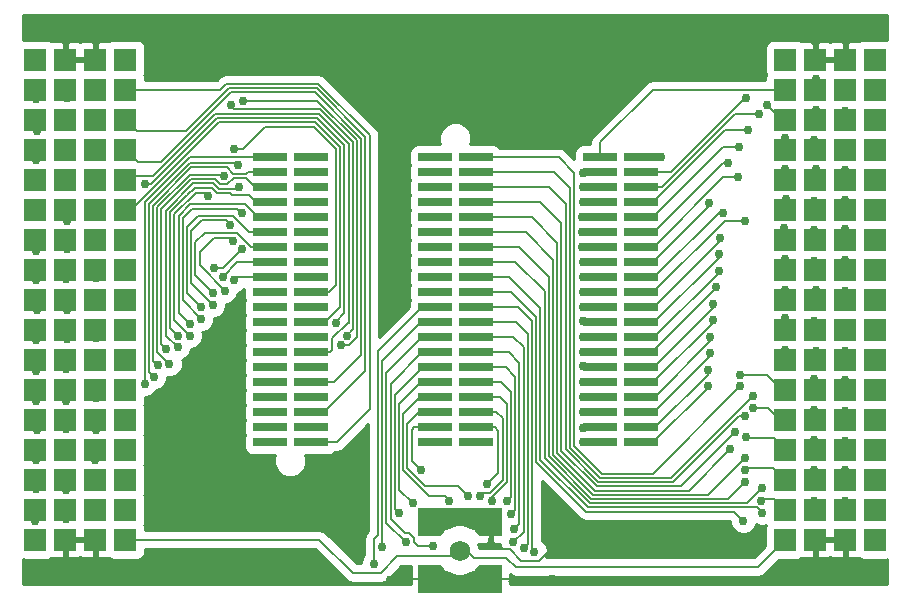
<source format=gtl>
G04 #@! TF.FileFunction,Copper,L1,Top,Signal*
%FSLAX46Y46*%
G04 Gerber Fmt 4.6, Leading zero omitted, Abs format (unit mm)*
G04 Created by KiCad (PCBNEW 4.0.1-stable) date 2017-04-12 2:11:18 PM*
%MOMM*%
G01*
G04 APERTURE LIST*
%ADD10C,0.150000*%
%ADD11R,1.899920X1.899920*%
%ADD12R,2.920000X0.740000*%
%ADD13R,1.910000X2.350000*%
%ADD14R,7.110000X1.510000*%
%ADD15C,1.730000*%
%ADD16C,0.762000*%
%ADD17C,0.177800*%
%ADD18C,0.254000*%
G04 APERTURE END LIST*
D10*
D11*
X104140000Y-43180000D03*
X106680000Y-43180000D03*
X109220000Y-43180000D03*
X111760000Y-43180000D03*
X104140000Y-45720000D03*
X106680000Y-45720000D03*
X109220000Y-45720000D03*
X111760000Y-45720000D03*
X104140000Y-48260000D03*
X106680000Y-48260000D03*
X109220000Y-48260000D03*
X111760000Y-48260000D03*
X104140000Y-50800000D03*
X106680000Y-50800000D03*
X109220000Y-50800000D03*
X111760000Y-50800000D03*
X104140000Y-53340000D03*
X106680000Y-53340000D03*
X109220000Y-53340000D03*
X111760000Y-53340000D03*
X104140000Y-55880000D03*
X106680000Y-55880000D03*
X109220000Y-55880000D03*
X111760000Y-55880000D03*
X104140000Y-58420000D03*
X106680000Y-58420000D03*
X109220000Y-58420000D03*
X111760000Y-58420000D03*
X104140000Y-60960000D03*
X106680000Y-60960000D03*
X109220000Y-60960000D03*
X111760000Y-60960000D03*
X104140000Y-63500000D03*
X106680000Y-63500000D03*
X109220000Y-63500000D03*
X111760000Y-63500000D03*
X104140000Y-66040000D03*
X106680000Y-66040000D03*
X109220000Y-66040000D03*
X111760000Y-66040000D03*
X104140000Y-68580000D03*
X106680000Y-68580000D03*
X109220000Y-68580000D03*
X111760000Y-68580000D03*
X104140000Y-71120000D03*
X106680000Y-71120000D03*
X109220000Y-71120000D03*
X111760000Y-71120000D03*
X104140000Y-73660000D03*
X106680000Y-73660000D03*
X109220000Y-73660000D03*
X111760000Y-73660000D03*
X104140000Y-76200000D03*
X106680000Y-76200000D03*
X109220000Y-76200000D03*
X111760000Y-76200000D03*
X104140000Y-78740000D03*
X106680000Y-78740000D03*
X109220000Y-78740000D03*
X111760000Y-78740000D03*
X40640000Y-78740000D03*
X43180000Y-78740000D03*
X45720000Y-78740000D03*
X48260000Y-78740000D03*
X40640000Y-76200000D03*
X43180000Y-76200000D03*
X45720000Y-76200000D03*
X48260000Y-76200000D03*
X40640000Y-73660000D03*
X43180000Y-73660000D03*
X45720000Y-73660000D03*
X48260000Y-73660000D03*
X40640000Y-71120000D03*
X43180000Y-71120000D03*
X45720000Y-71120000D03*
X48260000Y-71120000D03*
X40640000Y-68580000D03*
X43180000Y-68580000D03*
X45720000Y-68580000D03*
X48260000Y-68580000D03*
X40640000Y-66040000D03*
X43180000Y-66040000D03*
X45720000Y-66040000D03*
X48260000Y-66040000D03*
X40640000Y-63500000D03*
X43180000Y-63500000D03*
X45720000Y-63500000D03*
X48260000Y-63500000D03*
X40640000Y-60960000D03*
X43180000Y-60960000D03*
X45720000Y-60960000D03*
X48260000Y-60960000D03*
X40640000Y-58420000D03*
X43180000Y-58420000D03*
X45720000Y-58420000D03*
X48260000Y-58420000D03*
X40640000Y-55880000D03*
X43180000Y-55880000D03*
X45720000Y-55880000D03*
X48260000Y-55880000D03*
X40640000Y-53340000D03*
X43180000Y-53340000D03*
X45720000Y-53340000D03*
X48260000Y-53340000D03*
X40640000Y-50800000D03*
X43180000Y-50800000D03*
X45720000Y-50800000D03*
X48260000Y-50800000D03*
X40640000Y-48260000D03*
X43180000Y-48260000D03*
X45720000Y-48260000D03*
X48260000Y-48260000D03*
X40640000Y-45720000D03*
X43180000Y-45720000D03*
X45720000Y-45720000D03*
X48260000Y-45720000D03*
X40640000Y-43180000D03*
X43180000Y-43180000D03*
X45720000Y-43180000D03*
X48260000Y-43180000D03*
X48260000Y-40640000D03*
X48260000Y-81280000D03*
X104140000Y-81280000D03*
X104140000Y-40640000D03*
X45720000Y-40640000D03*
X43180000Y-40640000D03*
X45720000Y-81280000D03*
X43180000Y-81280000D03*
X106680000Y-81280000D03*
X109220000Y-81280000D03*
X106680000Y-40640000D03*
X109220000Y-40640000D03*
X40640000Y-40640000D03*
X40640000Y-81280000D03*
X111760000Y-81280000D03*
X111760000Y-40640000D03*
D12*
X91885000Y-61595000D03*
X91885000Y-60325000D03*
X91885000Y-48895000D03*
X88455000Y-50165000D03*
X88455000Y-48895000D03*
X91885000Y-50165000D03*
X91885000Y-53975000D03*
X91885000Y-55245000D03*
X91885000Y-52705000D03*
X91885000Y-51435000D03*
X88455000Y-51435000D03*
X88455000Y-52705000D03*
X88455000Y-55245000D03*
X88455000Y-53975000D03*
X91885000Y-67945000D03*
X91885000Y-69215000D03*
X91885000Y-71755000D03*
X91885000Y-70485000D03*
X88455000Y-70485000D03*
X88455000Y-71755000D03*
X88455000Y-69215000D03*
X88455000Y-67945000D03*
X88455000Y-73025000D03*
X91885000Y-73025000D03*
X91885000Y-66675000D03*
X88455000Y-66675000D03*
X88455000Y-59055000D03*
X88455000Y-60325000D03*
X88455000Y-57785000D03*
X88455000Y-56515000D03*
X88455000Y-61595000D03*
X88455000Y-62865000D03*
X88455000Y-65405000D03*
X88455000Y-64135000D03*
X91885000Y-64135000D03*
X91885000Y-65405000D03*
X91885000Y-62865000D03*
X91885000Y-56515000D03*
X91885000Y-57785000D03*
X91885000Y-59055000D03*
X77915000Y-61595000D03*
X77915000Y-60325000D03*
X77915000Y-48895000D03*
X74485000Y-50165000D03*
X74485000Y-48895000D03*
X77915000Y-50165000D03*
X77915000Y-53975000D03*
X77915000Y-55245000D03*
X77915000Y-52705000D03*
X77915000Y-51435000D03*
X74485000Y-51435000D03*
X74485000Y-52705000D03*
X74485000Y-55245000D03*
X74485000Y-53975000D03*
X77915000Y-67945000D03*
X77915000Y-69215000D03*
X77915000Y-71755000D03*
X77915000Y-70485000D03*
X74485000Y-70485000D03*
X74485000Y-71755000D03*
X74485000Y-69215000D03*
X74485000Y-67945000D03*
X74485000Y-73025000D03*
X77915000Y-73025000D03*
X77915000Y-66675000D03*
X74485000Y-66675000D03*
X74485000Y-59055000D03*
X74485000Y-60325000D03*
X74485000Y-57785000D03*
X74485000Y-56515000D03*
X74485000Y-61595000D03*
X74485000Y-62865000D03*
X74485000Y-65405000D03*
X74485000Y-64135000D03*
X77915000Y-64135000D03*
X77915000Y-65405000D03*
X77915000Y-62865000D03*
X77915000Y-56515000D03*
X77915000Y-57785000D03*
X77915000Y-59055000D03*
X63945000Y-61595000D03*
X63945000Y-60325000D03*
X63945000Y-48895000D03*
X60515000Y-50165000D03*
X60515000Y-48895000D03*
X63945000Y-50165000D03*
X63945000Y-53975000D03*
X63945000Y-55245000D03*
X63945000Y-52705000D03*
X63945000Y-51435000D03*
X60515000Y-51435000D03*
X60515000Y-52705000D03*
X60515000Y-55245000D03*
X60515000Y-53975000D03*
X63945000Y-67945000D03*
X63945000Y-69215000D03*
X63945000Y-71755000D03*
X63945000Y-70485000D03*
X60515000Y-70485000D03*
X60515000Y-71755000D03*
X60515000Y-69215000D03*
X60515000Y-67945000D03*
X60515000Y-73025000D03*
X63945000Y-73025000D03*
X63945000Y-66675000D03*
X60515000Y-66675000D03*
X60515000Y-59055000D03*
X60515000Y-60325000D03*
X60515000Y-57785000D03*
X60515000Y-56515000D03*
X60515000Y-61595000D03*
X60515000Y-62865000D03*
X60515000Y-65405000D03*
X60515000Y-64135000D03*
X63945000Y-64135000D03*
X63945000Y-65405000D03*
X63945000Y-62865000D03*
X63945000Y-56515000D03*
X63945000Y-57785000D03*
X63945000Y-59055000D03*
D10*
G36*
X76681317Y-85391866D02*
X76339297Y-84452174D01*
X78218683Y-83768134D01*
X78560703Y-84707826D01*
X76681317Y-85391866D01*
X76681317Y-85391866D01*
G37*
G36*
X74639297Y-84707826D02*
X74981317Y-83768134D01*
X76860703Y-84452174D01*
X76518683Y-85391866D01*
X74639297Y-84707826D01*
X74639297Y-84707826D01*
G37*
G36*
X76339297Y-79947826D02*
X76681317Y-79008134D01*
X78560703Y-79692174D01*
X78218683Y-80631866D01*
X76339297Y-79947826D01*
X76339297Y-79947826D01*
G37*
G36*
X74981317Y-80631866D02*
X74639297Y-79692174D01*
X76518683Y-79008134D01*
X76860703Y-79947826D01*
X74981317Y-80631866D01*
X74981317Y-80631866D01*
G37*
G36*
X77985117Y-84492719D02*
X77602095Y-84171325D01*
X78244883Y-83405281D01*
X78627905Y-83726675D01*
X77985117Y-84492719D01*
X77985117Y-84492719D01*
G37*
G36*
X74572095Y-83726675D02*
X74955117Y-83405281D01*
X75597905Y-84171325D01*
X75214883Y-84492719D01*
X74572095Y-83726675D01*
X74572095Y-83726675D01*
G37*
G36*
X77602095Y-80228675D02*
X77985117Y-79907281D01*
X78627905Y-80673325D01*
X78244883Y-80994719D01*
X77602095Y-80228675D01*
X77602095Y-80228675D01*
G37*
G36*
X74955117Y-80994719D02*
X74572095Y-80673325D01*
X75214883Y-79907281D01*
X75597905Y-80228675D01*
X74955117Y-80994719D01*
X74955117Y-80994719D01*
G37*
D13*
X79200000Y-84580000D03*
D14*
X76600000Y-85000000D03*
D13*
X74000000Y-84580000D03*
X79200000Y-79820000D03*
D15*
X76600000Y-82200000D03*
D14*
X76600000Y-79400000D03*
D13*
X74000000Y-79820000D03*
D16*
X106700000Y-42300000D03*
X93600000Y-48900000D03*
X87000000Y-50200000D03*
X109200000Y-43000000D03*
X111700000Y-43200000D03*
X100800000Y-43900000D03*
X87000000Y-51400000D03*
X102600000Y-44500000D03*
X101900000Y-45200000D03*
X106700000Y-44900000D03*
X87000000Y-52700000D03*
X109200000Y-45000000D03*
X111700000Y-45700000D03*
X101000000Y-46600000D03*
X86900000Y-54000000D03*
X104100000Y-47300000D03*
X106600000Y-47400000D03*
X100200000Y-48000000D03*
X86900000Y-55200000D03*
X109200000Y-47700000D03*
X99300000Y-49400000D03*
X111700000Y-48300000D03*
X86900000Y-56500000D03*
X104100000Y-49900000D03*
X100100000Y-50600000D03*
X106700000Y-49900000D03*
X87000000Y-57800000D03*
X109200000Y-50000000D03*
X97700000Y-52800000D03*
X111800000Y-50700000D03*
X87000000Y-59000000D03*
X104200000Y-52400000D03*
X98900000Y-53600000D03*
X106600000Y-52600000D03*
X87000000Y-60300000D03*
X109200000Y-52500000D03*
X100700000Y-54300000D03*
X111700000Y-53200000D03*
X87000000Y-61600000D03*
X104000000Y-54900000D03*
X98600000Y-55700000D03*
X106600000Y-55100000D03*
X109200000Y-55000000D03*
X87000000Y-62800000D03*
X98500000Y-57100000D03*
X111700000Y-55800000D03*
X104100000Y-57500000D03*
X87000000Y-64100000D03*
X98500000Y-58500000D03*
X106600000Y-57700000D03*
X87000000Y-65400000D03*
X109200000Y-57600000D03*
X98300000Y-59900000D03*
X111800000Y-58400000D03*
X87000000Y-66600000D03*
X104100000Y-60100000D03*
X98000000Y-61300000D03*
X106700000Y-60100000D03*
X109200000Y-60200000D03*
X87000000Y-67900000D03*
X98000000Y-62700000D03*
X111700000Y-60900000D03*
X87000000Y-69200000D03*
X104100000Y-62500000D03*
X97800000Y-64100000D03*
X106600000Y-62800000D03*
X109200000Y-62900000D03*
X87000000Y-70500000D03*
X97800000Y-65500000D03*
X111700000Y-63500000D03*
X87000000Y-71800000D03*
X104100000Y-65200000D03*
X97600000Y-66900000D03*
X106700000Y-65300000D03*
X87000000Y-73000000D03*
X109200000Y-65300000D03*
X97600000Y-68300000D03*
X111700000Y-66000000D03*
X74485000Y-48895000D03*
X100300000Y-67300000D03*
X100300000Y-68300000D03*
X106600000Y-67700000D03*
X74485000Y-50165000D03*
X109200000Y-67800000D03*
X101400000Y-69100000D03*
X111800000Y-68500000D03*
X74485000Y-51435000D03*
X101400000Y-70100000D03*
X106600000Y-70300000D03*
X100700000Y-70800000D03*
X74485000Y-52705000D03*
X109200000Y-70400000D03*
X111800000Y-71000000D03*
X99900000Y-72200000D03*
X74485000Y-53975000D03*
X100800000Y-72600000D03*
X106600000Y-72800000D03*
X99500000Y-73600000D03*
X74485000Y-55245000D03*
X109200000Y-72900000D03*
X111700000Y-73600000D03*
X100700000Y-74400000D03*
X74485000Y-56515000D03*
X100700000Y-75400000D03*
X106600000Y-75400000D03*
X100700000Y-76400000D03*
X74485000Y-57785000D03*
X109200000Y-75400000D03*
X111700000Y-76100000D03*
X102200000Y-76900000D03*
X74485000Y-59055000D03*
X102100000Y-78000000D03*
X106600000Y-78000000D03*
X102200000Y-79000000D03*
X74485000Y-60325000D03*
X109200000Y-78000000D03*
X111700000Y-78800000D03*
X100600000Y-79700000D03*
X69300000Y-83300000D03*
X40600000Y-79700000D03*
X82900000Y-82300000D03*
X43200000Y-79500000D03*
X45800000Y-79400000D03*
X70000000Y-81900000D03*
X48300000Y-79200000D03*
X82000000Y-82000000D03*
X72000000Y-81500000D03*
X40700000Y-77000000D03*
X81100000Y-81500000D03*
X43200000Y-77100000D03*
X45700000Y-76400000D03*
X74300000Y-81800000D03*
X48300000Y-76500000D03*
X81200000Y-80400000D03*
X71400000Y-79000000D03*
X40700000Y-74500000D03*
X80900000Y-79100000D03*
X43200000Y-74300000D03*
X72600000Y-78200000D03*
X45700000Y-74500000D03*
X48300000Y-74200000D03*
X80600000Y-78000000D03*
X40800000Y-72000000D03*
X75700000Y-78000000D03*
X79300000Y-78000000D03*
X43200000Y-71900000D03*
X45800000Y-72000000D03*
X77300000Y-77600000D03*
X48400000Y-71300000D03*
X78300000Y-77600000D03*
X40700000Y-69500000D03*
X73300000Y-75400000D03*
X43200000Y-69500000D03*
X78900000Y-76600000D03*
X74485000Y-73025000D03*
X45800000Y-69300000D03*
X77915000Y-73025000D03*
X48300000Y-68900000D03*
X40700000Y-67000000D03*
X49900000Y-68100000D03*
X50700000Y-67500000D03*
X43200000Y-66800000D03*
X63945000Y-48895000D03*
X57800000Y-49600000D03*
X45700000Y-66500000D03*
X51000000Y-66500000D03*
X63945000Y-50165000D03*
X48300000Y-66100000D03*
X52000000Y-66400000D03*
X56600000Y-50500000D03*
X40700000Y-64400000D03*
X51700000Y-65100000D03*
X63945000Y-51435000D03*
X43300000Y-64300000D03*
X52700000Y-65000000D03*
X57900000Y-51400000D03*
X52700000Y-64000000D03*
X45800000Y-64200000D03*
X63945000Y-52705000D03*
X48300000Y-63500000D03*
X53700000Y-64000000D03*
X55300000Y-52200000D03*
X53700000Y-63000000D03*
X40800000Y-61800000D03*
X63945000Y-53975000D03*
X43300000Y-61800000D03*
X54700000Y-62600000D03*
X58100000Y-53600000D03*
X45800000Y-61500000D03*
X54700000Y-61600000D03*
X63945000Y-55245000D03*
X48300000Y-61000000D03*
X55700000Y-61400000D03*
X57100000Y-54600000D03*
X40700000Y-59300000D03*
X55700000Y-60400000D03*
X63945000Y-56515000D03*
X43200000Y-59200000D03*
X56700000Y-60200000D03*
X57400000Y-56000000D03*
X45800000Y-59100000D03*
X56500000Y-59000000D03*
X63945000Y-57785000D03*
X48300000Y-58500000D03*
X55800000Y-58300000D03*
X58100000Y-56700000D03*
X40700000Y-56800000D03*
X57500000Y-59300000D03*
X63945000Y-59055000D03*
X43300000Y-56700000D03*
X60515000Y-60325000D03*
X45700000Y-56100000D03*
X48500000Y-56500000D03*
X57500000Y-48200000D03*
X60515000Y-61595000D03*
X40700000Y-53400000D03*
X63945000Y-61595000D03*
X43300000Y-54300000D03*
X49900000Y-51200000D03*
X66100000Y-62900000D03*
X60515000Y-62865000D03*
X45700000Y-53500000D03*
X58200000Y-44100000D03*
X60515000Y-64135000D03*
X66500000Y-64800000D03*
X40700000Y-51000000D03*
X43180000Y-50800000D03*
X67000000Y-64000000D03*
X57200000Y-44500000D03*
X63945000Y-64135000D03*
X60800000Y-65400000D03*
X45720000Y-50800000D03*
X60515000Y-66675000D03*
X40700000Y-49100000D03*
X63945000Y-66675000D03*
X43200000Y-48600000D03*
X60515000Y-67945000D03*
X45700000Y-48300000D03*
X60515000Y-69215000D03*
X40800000Y-46700000D03*
X63945000Y-69215000D03*
X43100000Y-46000000D03*
X60515000Y-70485000D03*
X45700000Y-45300000D03*
X60515000Y-71755000D03*
X40700000Y-44000000D03*
X63945000Y-71755000D03*
X43300000Y-43900000D03*
X60515000Y-73025000D03*
X45800000Y-43100000D03*
X57500000Y-74400000D03*
X84400000Y-84600000D03*
X84300000Y-82100000D03*
X72100000Y-45900000D03*
X70700000Y-84700000D03*
D17*
X76600000Y-82200000D02*
X77200000Y-82200000D01*
X77200000Y-82200000D02*
X77800000Y-82800000D01*
X101820000Y-83600000D02*
X104140000Y-81280000D01*
X81300000Y-83600000D02*
X101820000Y-83600000D01*
X80500000Y-82800000D02*
X81300000Y-83600000D01*
X77800000Y-82800000D02*
X80500000Y-82800000D01*
X48260000Y-81280000D02*
X64680000Y-81280000D01*
X71300000Y-82700000D02*
X76100000Y-82700000D01*
X69900000Y-84100000D02*
X71300000Y-82700000D01*
X67500000Y-84100000D02*
X69900000Y-84100000D01*
X64680000Y-81280000D02*
X67500000Y-84100000D01*
X76100000Y-82700000D02*
X76600000Y-82200000D01*
X88455000Y-48895000D02*
X88455000Y-47645000D01*
X92920000Y-43180000D02*
X104140000Y-43180000D01*
X88455000Y-47645000D02*
X92920000Y-43180000D01*
X91885000Y-48895000D02*
X93595000Y-48895000D01*
X106700000Y-42300000D02*
X106680000Y-42320000D01*
X93595000Y-48895000D02*
X93600000Y-48900000D01*
X106680000Y-42320000D02*
X106680000Y-43180000D01*
X88455000Y-50165000D02*
X87035000Y-50165000D01*
X87035000Y-50165000D02*
X87000000Y-50200000D01*
X109200000Y-43000000D02*
X109220000Y-43020000D01*
X109220000Y-43020000D02*
X109220000Y-43180000D01*
X91885000Y-50165000D02*
X94435000Y-50165000D01*
X111700000Y-43200000D02*
X111720000Y-43180000D01*
X100700000Y-43900000D02*
X100800000Y-43900000D01*
X94435000Y-50165000D02*
X100700000Y-43900000D01*
X111720000Y-43180000D02*
X111760000Y-43180000D01*
X88455000Y-51435000D02*
X87035000Y-51435000D01*
X87035000Y-51435000D02*
X87000000Y-51400000D01*
X102600000Y-44500000D02*
X103820000Y-45720000D01*
X103820000Y-45720000D02*
X104140000Y-45720000D01*
X91885000Y-51435000D02*
X93667898Y-51435000D01*
X106700000Y-44900000D02*
X106680000Y-44920000D01*
X99902898Y-45200000D02*
X101900000Y-45200000D01*
X93667898Y-51435000D02*
X99902898Y-45200000D01*
X106680000Y-44920000D02*
X106680000Y-45720000D01*
X88455000Y-52705000D02*
X87005000Y-52705000D01*
X87005000Y-52705000D02*
X87000000Y-52700000D01*
X109200000Y-45000000D02*
X109220000Y-45020000D01*
X109220000Y-45020000D02*
X109220000Y-45720000D01*
X109220000Y-45020000D02*
X109220000Y-45720000D01*
X111720000Y-45720000D02*
X111700000Y-45700000D01*
X99005796Y-46600000D02*
X101000000Y-46600000D01*
X99005796Y-46600000D02*
X92900796Y-52705000D01*
X91885000Y-52705000D02*
X92900796Y-52705000D01*
X91885000Y-52705000D02*
X93095000Y-52705000D01*
X111720000Y-45720000D02*
X111760000Y-45720000D01*
X88455000Y-53975000D02*
X86925000Y-53975000D01*
X86925000Y-53975000D02*
X86900000Y-54000000D01*
X104100000Y-47300000D02*
X104140000Y-47340000D01*
X104140000Y-47340000D02*
X104140000Y-48260000D01*
X104140000Y-47440000D02*
X104140000Y-48260000D01*
X91885000Y-53975000D02*
X92925000Y-53975000D01*
X92925000Y-53975000D02*
X98900000Y-48000000D01*
X106600000Y-47400000D02*
X106680000Y-47480000D01*
X98900000Y-48000000D02*
X100200000Y-48000000D01*
X106680000Y-47480000D02*
X106680000Y-48260000D01*
X91885000Y-53975000D02*
X93125000Y-53975000D01*
X106680000Y-47420000D02*
X106680000Y-48260000D01*
X88455000Y-55245000D02*
X86945000Y-55245000D01*
X86945000Y-55245000D02*
X86900000Y-55200000D01*
X109200000Y-47700000D02*
X109220000Y-47720000D01*
X109220000Y-47720000D02*
X109220000Y-48260000D01*
X109220000Y-47420000D02*
X109220000Y-48260000D01*
X91885000Y-55245000D02*
X93055000Y-55245000D01*
X93055000Y-55245000D02*
X98900000Y-49400000D01*
X98900000Y-49400000D02*
X99300000Y-49400000D01*
X111700000Y-48300000D02*
X111740000Y-48260000D01*
X111740000Y-48260000D02*
X111760000Y-48260000D01*
X88455000Y-56515000D02*
X86915000Y-56515000D01*
X86915000Y-56515000D02*
X86900000Y-56500000D01*
X104100000Y-49900000D02*
X104140000Y-49940000D01*
X104140000Y-49940000D02*
X104140000Y-50800000D01*
X91885000Y-56515000D02*
X92985000Y-56515000D01*
X92985000Y-56515000D02*
X98900000Y-50600000D01*
X98900000Y-50600000D02*
X100100000Y-50600000D01*
X106700000Y-49900000D02*
X106680000Y-49920000D01*
X106680000Y-49920000D02*
X106680000Y-50800000D01*
X88455000Y-57785000D02*
X87015000Y-57785000D01*
X87015000Y-57785000D02*
X87000000Y-57800000D01*
X109200000Y-50000000D02*
X109220000Y-50020000D01*
X109220000Y-50020000D02*
X109220000Y-50800000D01*
X91885000Y-57785000D02*
X92915000Y-57785000D01*
X92915000Y-57785000D02*
X97700000Y-53000000D01*
X97700000Y-53000000D02*
X97700000Y-52800000D01*
X111800000Y-50700000D02*
X111760000Y-50740000D01*
X111760000Y-50740000D02*
X111760000Y-50800000D01*
X88455000Y-59055000D02*
X87055000Y-59055000D01*
X87055000Y-59055000D02*
X87000000Y-59000000D01*
X104200000Y-52400000D02*
X104140000Y-52460000D01*
X104140000Y-52460000D02*
X104140000Y-53340000D01*
X91885000Y-59055000D02*
X93045000Y-59055000D01*
X93045000Y-59055000D02*
X98500000Y-53600000D01*
X98500000Y-53600000D02*
X98900000Y-53600000D01*
X106600000Y-52600000D02*
X106680000Y-52680000D01*
X106680000Y-52680000D02*
X106680000Y-53340000D01*
X88455000Y-60325000D02*
X87025000Y-60325000D01*
X87025000Y-60325000D02*
X87000000Y-60300000D01*
X109200000Y-52500000D02*
X109220000Y-52520000D01*
X109220000Y-52520000D02*
X109220000Y-53340000D01*
X91885000Y-60325000D02*
X92975000Y-60325000D01*
X92975000Y-60325000D02*
X99000000Y-54300000D01*
X99000000Y-54300000D02*
X100700000Y-54300000D01*
X111700000Y-53200000D02*
X111760000Y-53260000D01*
X111760000Y-53260000D02*
X111760000Y-53340000D01*
X88455000Y-61595000D02*
X87005000Y-61595000D01*
X87005000Y-61595000D02*
X87000000Y-61600000D01*
X104000000Y-54900000D02*
X104140000Y-55040000D01*
X104140000Y-55040000D02*
X104140000Y-55880000D01*
X91885000Y-61595000D02*
X93005000Y-61595000D01*
X93005000Y-61595000D02*
X98600000Y-56000000D01*
X98600000Y-56000000D02*
X98600000Y-55700000D01*
X106600000Y-55100000D02*
X106680000Y-55180000D01*
X106680000Y-55180000D02*
X106680000Y-55880000D01*
X109220000Y-55020000D02*
X109200000Y-55000000D01*
X87000000Y-62800000D02*
X87065000Y-62865000D01*
X88455000Y-62865000D02*
X87065000Y-62865000D01*
X109220000Y-55020000D02*
X109220000Y-55880000D01*
X91885000Y-62865000D02*
X93035000Y-62865000D01*
X93035000Y-62865000D02*
X98500000Y-57400000D01*
X98500000Y-57400000D02*
X98500000Y-57100000D01*
X111700000Y-55800000D02*
X111760000Y-55860000D01*
X111760000Y-55860000D02*
X111760000Y-55880000D01*
X104140000Y-57540000D02*
X104100000Y-57500000D01*
X87000000Y-64100000D02*
X87035000Y-64135000D01*
X88455000Y-64135000D02*
X87035000Y-64135000D01*
X104140000Y-57540000D02*
X104140000Y-58420000D01*
X91885000Y-64135000D02*
X93065000Y-64135000D01*
X93065000Y-64135000D02*
X98500000Y-58700000D01*
X98500000Y-58700000D02*
X98500000Y-58500000D01*
X106600000Y-57700000D02*
X106680000Y-57780000D01*
X106680000Y-57780000D02*
X106680000Y-58420000D01*
X88455000Y-65405000D02*
X87005000Y-65405000D01*
X87005000Y-65405000D02*
X87000000Y-65400000D01*
X109200000Y-57600000D02*
X109220000Y-57620000D01*
X109220000Y-57620000D02*
X109220000Y-58420000D01*
X91885000Y-65405000D02*
X92895000Y-65405000D01*
X92895000Y-65405000D02*
X98300000Y-60000000D01*
X98300000Y-60000000D02*
X98300000Y-59900000D01*
X111800000Y-58400000D02*
X111780000Y-58420000D01*
X111780000Y-58420000D02*
X111760000Y-58420000D01*
X88455000Y-66675000D02*
X87075000Y-66675000D01*
X87075000Y-66675000D02*
X87000000Y-66600000D01*
X104100000Y-60100000D02*
X104140000Y-60140000D01*
X104140000Y-60140000D02*
X104140000Y-60960000D01*
X91885000Y-66675000D02*
X93025000Y-66675000D01*
X93025000Y-66675000D02*
X98000000Y-61700000D01*
X98000000Y-61700000D02*
X98000000Y-61300000D01*
X106700000Y-60100000D02*
X106680000Y-60120000D01*
X106680000Y-60120000D02*
X106680000Y-60960000D01*
X109220000Y-60220000D02*
X109200000Y-60200000D01*
X87000000Y-67900000D02*
X87045000Y-67945000D01*
X88455000Y-67945000D02*
X87045000Y-67945000D01*
X109220000Y-60220000D02*
X109220000Y-60960000D01*
X91885000Y-67945000D02*
X92955000Y-67945000D01*
X92955000Y-67945000D02*
X98000000Y-62900000D01*
X98000000Y-62900000D02*
X98000000Y-62700000D01*
X111700000Y-60900000D02*
X111760000Y-60960000D01*
X88455000Y-69215000D02*
X87015000Y-69215000D01*
X87015000Y-69215000D02*
X87000000Y-69200000D01*
X104140000Y-62540000D02*
X104140000Y-63500000D01*
X104100000Y-62500000D02*
X104140000Y-62540000D01*
X91885000Y-69215000D02*
X93085000Y-69215000D01*
X93085000Y-69215000D02*
X97800000Y-64500000D01*
X97800000Y-64500000D02*
X97800000Y-64100000D01*
X106600000Y-62800000D02*
X106680000Y-62880000D01*
X106680000Y-62880000D02*
X106680000Y-63500000D01*
X109220000Y-62920000D02*
X109200000Y-62900000D01*
X87000000Y-70500000D02*
X87015000Y-70485000D01*
X88455000Y-70485000D02*
X87015000Y-70485000D01*
X109220000Y-62920000D02*
X109220000Y-63500000D01*
X91885000Y-70485000D02*
X93015000Y-70485000D01*
X93015000Y-70485000D02*
X97800000Y-65700000D01*
X97800000Y-65700000D02*
X97800000Y-65500000D01*
X111700000Y-63500000D02*
X111760000Y-63500000D01*
X88455000Y-71755000D02*
X87045000Y-71755000D01*
X87045000Y-71755000D02*
X87000000Y-71800000D01*
X104100000Y-65200000D02*
X104140000Y-65240000D01*
X104140000Y-65240000D02*
X104140000Y-66040000D01*
X91885000Y-71755000D02*
X93145000Y-71755000D01*
X93145000Y-71755000D02*
X97600000Y-67300000D01*
X97600000Y-67300000D02*
X97600000Y-66900000D01*
X106700000Y-65300000D02*
X106680000Y-65320000D01*
X106680000Y-65320000D02*
X106680000Y-66040000D01*
X88455000Y-73025000D02*
X87025000Y-73025000D01*
X87025000Y-73025000D02*
X87000000Y-73000000D01*
X109200000Y-65300000D02*
X109220000Y-65320000D01*
X109220000Y-65320000D02*
X109220000Y-66040000D01*
X91885000Y-73025000D02*
X92975000Y-73025000D01*
X92975000Y-73025000D02*
X97600000Y-68400000D01*
X97600000Y-68400000D02*
X97600000Y-68300000D01*
X111700000Y-66000000D02*
X111740000Y-66040000D01*
X111740000Y-66040000D02*
X111760000Y-66040000D01*
X102600000Y-67300000D02*
X103880000Y-68580000D01*
X100300000Y-67300000D02*
X102600000Y-67300000D01*
X103880000Y-68580000D02*
X104140000Y-68580000D01*
X92900000Y-75700000D02*
X88597102Y-75700000D01*
X77915000Y-48895000D02*
X84939398Y-48895000D01*
X86244398Y-50200000D02*
X86244398Y-73347296D01*
X84939398Y-48895000D02*
X86244398Y-50200000D01*
X92900000Y-75700000D02*
X100300000Y-68300000D01*
X106600000Y-67700000D02*
X106680000Y-67780000D01*
X88597102Y-75700000D02*
X86244398Y-73347296D01*
X106680000Y-67780000D02*
X106680000Y-68580000D01*
X106680000Y-67980000D02*
X106680000Y-68580000D01*
X109220000Y-67820000D02*
X109200000Y-67800000D01*
X109220000Y-67820000D02*
X109220000Y-68580000D01*
X109220000Y-67980000D02*
X109220000Y-68580000D01*
X84553796Y-50165000D02*
X85888796Y-51500000D01*
X85888796Y-51500000D02*
X85888796Y-73494592D01*
X85888796Y-73494592D02*
X88449806Y-76055602D01*
X88449806Y-76055602D02*
X94444398Y-76055602D01*
X94444398Y-76055602D02*
X101400000Y-69100000D01*
X77915000Y-50165000D02*
X84553796Y-50165000D01*
X111800000Y-68500000D02*
X111760000Y-68540000D01*
X111760000Y-68540000D02*
X111760000Y-68580000D01*
X111780000Y-68580000D02*
X111760000Y-68580000D01*
X103720000Y-71120000D02*
X102700000Y-70100000D01*
X101400000Y-70100000D02*
X102700000Y-70100000D01*
X103720000Y-71120000D02*
X104140000Y-71120000D01*
X103420000Y-70400000D02*
X104140000Y-71120000D01*
X77915000Y-51435000D02*
X84135000Y-51435000D01*
X106600000Y-70300000D02*
X106680000Y-70380000D01*
X100202898Y-70800000D02*
X100700000Y-70800000D01*
X94591694Y-76411204D02*
X100202898Y-70800000D01*
X88302510Y-76411204D02*
X94591694Y-76411204D01*
X85533194Y-73641888D02*
X88302510Y-76411204D01*
X85533194Y-52833194D02*
X85533194Y-73641888D01*
X84135000Y-51435000D02*
X85533194Y-52833194D01*
X106680000Y-70380000D02*
X106680000Y-71120000D01*
X106680000Y-70380000D02*
X106680000Y-71120000D01*
X109220000Y-70420000D02*
X109200000Y-70400000D01*
X109220000Y-70420000D02*
X109220000Y-71120000D01*
X77915000Y-52705000D02*
X83405000Y-52705000D01*
X111800000Y-71000000D02*
X111760000Y-71040000D01*
X95333194Y-76766806D02*
X99900000Y-72200000D01*
X88155214Y-76766806D02*
X95333194Y-76766806D01*
X85177592Y-73789184D02*
X88155214Y-76766806D01*
X85177592Y-54477592D02*
X85177592Y-73789184D01*
X83405000Y-52705000D02*
X85177592Y-54477592D01*
X111760000Y-71040000D02*
X111760000Y-71120000D01*
X104140000Y-73660000D02*
X103180000Y-72700000D01*
X100900000Y-72700000D02*
X103180000Y-72700000D01*
X100800000Y-72600000D02*
X100900000Y-72700000D01*
X77915000Y-53975000D02*
X82675000Y-53975000D01*
X106600000Y-72800000D02*
X106680000Y-72880000D01*
X95977592Y-77122408D02*
X99500000Y-73600000D01*
X88007918Y-77122408D02*
X95977592Y-77122408D01*
X84821990Y-73936480D02*
X88007918Y-77122408D01*
X84821990Y-56121990D02*
X84821990Y-73936480D01*
X82675000Y-53975000D02*
X84821990Y-56121990D01*
X106680000Y-72880000D02*
X106680000Y-73660000D01*
X109220000Y-72920000D02*
X109200000Y-72900000D01*
X109220000Y-72920000D02*
X109220000Y-73660000D01*
X77915000Y-55245000D02*
X82145000Y-55245000D01*
X111700000Y-73600000D02*
X111760000Y-73660000D01*
X97621990Y-77478010D02*
X100700000Y-74400000D01*
X87860622Y-77478010D02*
X97621990Y-77478010D01*
X84466388Y-74083776D02*
X87860622Y-77478010D01*
X84466388Y-57566388D02*
X84466388Y-74083776D01*
X82145000Y-55245000D02*
X84466388Y-57566388D01*
X104140000Y-76200000D02*
X103140000Y-75200000D01*
X100900000Y-75200000D02*
X103140000Y-75200000D01*
X100700000Y-75400000D02*
X100900000Y-75200000D01*
X77915000Y-56515000D02*
X81615000Y-56515000D01*
X106600000Y-75400000D02*
X106680000Y-75480000D01*
X99266388Y-77833612D02*
X100700000Y-76400000D01*
X87713326Y-77833612D02*
X99266388Y-77833612D01*
X84110786Y-74231072D02*
X87713326Y-77833612D01*
X84110786Y-59010786D02*
X84110786Y-74231072D01*
X81615000Y-56515000D02*
X84110786Y-59010786D01*
X106680000Y-75480000D02*
X106680000Y-76200000D01*
X109220000Y-75420000D02*
X109200000Y-75400000D01*
X109220000Y-75420000D02*
X109220000Y-76200000D01*
X77915000Y-57785000D02*
X81285000Y-57785000D01*
X111700000Y-76100000D02*
X111760000Y-76160000D01*
X100910786Y-78189214D02*
X102200000Y-76900000D01*
X87566030Y-78189214D02*
X100910786Y-78189214D01*
X83755184Y-74378368D02*
X87566030Y-78189214D01*
X83755184Y-60255184D02*
X83755184Y-74378368D01*
X81285000Y-57785000D02*
X83755184Y-60255184D01*
X111760000Y-76160000D02*
X111760000Y-76200000D01*
X103200000Y-77800000D02*
X102300000Y-77800000D01*
X102100000Y-78000000D02*
X102300000Y-77800000D01*
X103200000Y-77800000D02*
X104140000Y-78740000D01*
X77915000Y-59055000D02*
X80755000Y-59055000D01*
X106600000Y-78000000D02*
X106680000Y-78080000D01*
X101744816Y-78544816D02*
X102200000Y-79000000D01*
X87418734Y-78544816D02*
X101744816Y-78544816D01*
X83399582Y-74525664D02*
X87418734Y-78544816D01*
X83399582Y-61699582D02*
X83399582Y-74525664D01*
X80755000Y-59055000D02*
X83399582Y-61699582D01*
X106680000Y-78080000D02*
X106680000Y-78740000D01*
X109220000Y-78020000D02*
X109200000Y-78000000D01*
X109220000Y-78020000D02*
X109220000Y-78740000D01*
X77915000Y-60325000D02*
X80925000Y-60325000D01*
X111700000Y-78800000D02*
X111760000Y-78740000D01*
X99800418Y-78900418D02*
X100600000Y-79700000D01*
X87271438Y-78900418D02*
X99800418Y-78900418D01*
X83043980Y-74672960D02*
X87271438Y-78900418D01*
X83043980Y-62443980D02*
X83043980Y-74672960D01*
X80925000Y-60325000D02*
X83043980Y-62443980D01*
X74485000Y-61595000D02*
X73405000Y-61595000D01*
X73405000Y-61595000D02*
X69655184Y-65344816D01*
X40600000Y-79700000D02*
X40640000Y-79660000D01*
X69300000Y-81200000D02*
X69300000Y-83300000D01*
X69655184Y-80844816D02*
X69300000Y-81200000D01*
X69655184Y-65344816D02*
X69655184Y-80844816D01*
X40640000Y-79660000D02*
X40640000Y-78740000D01*
X40640000Y-79640000D02*
X40640000Y-78740000D01*
X82688378Y-62800000D02*
X82688378Y-82000000D01*
X77915000Y-61595000D02*
X81483378Y-61595000D01*
X81483378Y-61595000D02*
X82688378Y-62800000D01*
X82688378Y-82088378D02*
X82900000Y-82300000D01*
X82688378Y-82000000D02*
X82688378Y-82088378D01*
X43180000Y-79480000D02*
X43200000Y-79500000D01*
X43180000Y-79480000D02*
X43180000Y-78740000D01*
X43180000Y-79580000D02*
X43180000Y-78740000D01*
X74485000Y-62865000D02*
X73335000Y-62865000D01*
X73335000Y-62865000D02*
X70010786Y-66189214D01*
X70010786Y-81889214D02*
X70000000Y-81900000D01*
X70010786Y-66189214D02*
X70010786Y-81889214D01*
X74485000Y-62865000D02*
X73235000Y-62865000D01*
X45800000Y-79400000D02*
X45720000Y-79320000D01*
X45720000Y-79320000D02*
X45720000Y-78740000D01*
X45720000Y-79380000D02*
X45720000Y-78740000D01*
X45720000Y-79480000D02*
X45720000Y-78740000D01*
X77915000Y-62865000D02*
X81297776Y-62865000D01*
X48300000Y-79200000D02*
X48260000Y-79160000D01*
X82332776Y-81667224D02*
X82000000Y-82000000D01*
X82332776Y-63900000D02*
X82332776Y-81667224D01*
X81297776Y-62865000D02*
X82332776Y-63900000D01*
X48260000Y-79160000D02*
X48260000Y-78740000D01*
X48260000Y-79160000D02*
X48260000Y-78740000D01*
X48260000Y-79060000D02*
X48260000Y-78740000D01*
X70366388Y-79866388D02*
X72000000Y-81500000D01*
X40640000Y-76940000D02*
X40700000Y-77000000D01*
X70366388Y-67133612D02*
X70366388Y-79866388D01*
X70366388Y-67133612D02*
X73365000Y-64135000D01*
X74485000Y-64135000D02*
X73365000Y-64135000D01*
X40640000Y-76940000D02*
X40640000Y-76200000D01*
X40640000Y-76940000D02*
X40640000Y-76200000D01*
X40640000Y-76940000D02*
X40640000Y-76200000D01*
X81112174Y-64135000D02*
X81977174Y-65000000D01*
X81977174Y-65000000D02*
X81977174Y-80622826D01*
X81977174Y-80622826D02*
X81100000Y-81500000D01*
X43180000Y-77080000D02*
X43200000Y-77100000D01*
X81112174Y-64135000D02*
X77915000Y-64135000D01*
X43180000Y-77080000D02*
X43180000Y-76200000D01*
X43180000Y-77080000D02*
X43180000Y-76200000D01*
X70721990Y-79121990D02*
X70721990Y-79521990D01*
X71900000Y-80700000D02*
X72300000Y-80700000D01*
X70721990Y-79521990D02*
X71900000Y-80700000D01*
X70721990Y-78221990D02*
X70721990Y-79121990D01*
X45720000Y-76380000D02*
X45700000Y-76400000D01*
X70721990Y-78221990D02*
X70721990Y-78100000D01*
X73000000Y-81800000D02*
X74300000Y-81800000D01*
X72700000Y-81500000D02*
X73000000Y-81800000D01*
X72700000Y-81100000D02*
X72700000Y-81500000D01*
X72300000Y-80700000D02*
X72700000Y-81100000D01*
X74485000Y-65405000D02*
X73395000Y-65405000D01*
X73395000Y-65405000D02*
X70721990Y-68078010D01*
X70721990Y-68078010D02*
X70721990Y-78100000D01*
X70721990Y-78100000D02*
X70721990Y-78121990D01*
X74485000Y-65405000D02*
X73095000Y-65405000D01*
X45720000Y-76380000D02*
X45720000Y-76200000D01*
X77915000Y-65405000D02*
X80705000Y-65405000D01*
X48300000Y-76500000D02*
X48260000Y-76460000D01*
X81621572Y-79978428D02*
X81200000Y-80400000D01*
X81621572Y-66321572D02*
X81621572Y-79978428D01*
X80705000Y-65405000D02*
X81621572Y-66321572D01*
X48260000Y-76460000D02*
X48260000Y-76200000D01*
X71077592Y-77377592D02*
X71077592Y-78677592D01*
X71077592Y-78677592D02*
X71400000Y-79000000D01*
X74485000Y-66675000D02*
X73425000Y-66675000D01*
X73425000Y-66675000D02*
X71077592Y-69022408D01*
X71077592Y-69022408D02*
X71077592Y-77377592D01*
X71077592Y-77377592D02*
X71100000Y-77400000D01*
X40700000Y-74500000D02*
X40640000Y-74440000D01*
X40640000Y-74440000D02*
X40640000Y-73660000D01*
X80475000Y-66675000D02*
X81265970Y-67465970D01*
X81265970Y-67465970D02*
X81265970Y-78734030D01*
X81265970Y-78734030D02*
X80900000Y-79100000D01*
X43180000Y-74280000D02*
X43200000Y-74300000D01*
X80475000Y-66675000D02*
X77915000Y-66675000D01*
X43180000Y-74280000D02*
X43180000Y-73660000D01*
X71433194Y-76633194D02*
X71433194Y-77033194D01*
X71433194Y-77033194D02*
X72600000Y-78200000D01*
X73255000Y-67945000D02*
X71433194Y-69766806D01*
X71433194Y-69766806D02*
X71433194Y-76633194D01*
X45700000Y-74500000D02*
X45720000Y-74480000D01*
X74485000Y-67945000D02*
X73255000Y-67945000D01*
X45720000Y-74480000D02*
X45720000Y-73660000D01*
X80910368Y-77689632D02*
X80600000Y-78000000D01*
X80910368Y-68810368D02*
X80910368Y-77689632D01*
X80045000Y-67945000D02*
X80910368Y-68810368D01*
X77915000Y-67945000D02*
X80045000Y-67945000D01*
X48300000Y-74200000D02*
X48260000Y-74160000D01*
X48260000Y-74160000D02*
X48260000Y-73660000D01*
X40640000Y-71840000D02*
X40800000Y-72000000D01*
X74400000Y-77600000D02*
X73997102Y-77600000D01*
X71788796Y-75391694D02*
X71788796Y-75244398D01*
X73997102Y-77600000D02*
X71788796Y-75391694D01*
X71788796Y-70611204D02*
X73185000Y-69215000D01*
X71788796Y-70611204D02*
X71788796Y-75244398D01*
X74400000Y-77600000D02*
X75300000Y-77600000D01*
X75300000Y-77600000D02*
X75700000Y-78000000D01*
X74485000Y-69215000D02*
X73185000Y-69215000D01*
X40640000Y-71840000D02*
X40640000Y-71120000D01*
X80015000Y-69215000D02*
X80554766Y-69754766D01*
X80554766Y-69754766D02*
X80554766Y-71700000D01*
X80554766Y-71700000D02*
X80554766Y-76400000D01*
X80554766Y-76400000D02*
X79300000Y-77654766D01*
X79300000Y-77654766D02*
X79300000Y-78000000D01*
X43180000Y-71880000D02*
X43200000Y-71900000D01*
X80015000Y-69215000D02*
X77915000Y-69215000D01*
X43180000Y-71880000D02*
X43180000Y-71120000D01*
X74100000Y-76700000D02*
X73600000Y-76700000D01*
X73600000Y-76700000D02*
X72144398Y-75244398D01*
X74485000Y-70485000D02*
X73115000Y-70485000D01*
X73115000Y-70485000D02*
X72144398Y-71455602D01*
X72144398Y-71455602D02*
X72144398Y-75244398D01*
X45800000Y-72000000D02*
X45720000Y-71920000D01*
X76400000Y-76700000D02*
X77300000Y-77600000D01*
X74100000Y-76700000D02*
X76400000Y-76700000D01*
X45720000Y-71920000D02*
X45720000Y-71120000D01*
X77915000Y-70485000D02*
X79684164Y-70485000D01*
X48400000Y-71300000D02*
X48260000Y-71160000D01*
X78600000Y-77300000D02*
X78300000Y-77600000D01*
X79151868Y-77300000D02*
X78600000Y-77300000D01*
X80199164Y-76252704D02*
X79151868Y-77300000D01*
X80199164Y-71000000D02*
X80199164Y-76252704D01*
X79684164Y-70485000D02*
X80199164Y-71000000D01*
X48260000Y-71160000D02*
X48260000Y-71120000D01*
X72500000Y-72000000D02*
X72500000Y-74600000D01*
X72745000Y-71755000D02*
X72500000Y-72000000D01*
X40640000Y-69440000D02*
X40700000Y-69500000D01*
X72745000Y-71755000D02*
X74485000Y-71755000D01*
X72500000Y-74600000D02*
X73300000Y-75400000D01*
X40640000Y-69440000D02*
X40640000Y-68580000D01*
X77915000Y-71755000D02*
X79555000Y-71755000D01*
X43200000Y-69500000D02*
X43180000Y-69480000D01*
X79843562Y-75656438D02*
X78900000Y-76600000D01*
X79843562Y-72043562D02*
X79843562Y-75656438D01*
X79555000Y-71755000D02*
X79843562Y-72043562D01*
X43180000Y-69480000D02*
X43180000Y-68580000D01*
X45720000Y-69220000D02*
X45800000Y-69300000D01*
X45720000Y-69220000D02*
X45720000Y-68580000D01*
X48260000Y-68860000D02*
X48300000Y-68900000D01*
X48260000Y-68860000D02*
X48260000Y-68580000D01*
X60515000Y-48895000D02*
X53705000Y-48895000D01*
X40700000Y-67000000D02*
X40640000Y-66940000D01*
X49900000Y-52700000D02*
X49900000Y-68100000D01*
X53705000Y-48895000D02*
X49900000Y-52700000D01*
X40640000Y-66940000D02*
X40640000Y-66040000D01*
X50255602Y-52847296D02*
X50255602Y-67055602D01*
X50255602Y-67055602D02*
X50700000Y-67500000D01*
X43200000Y-66800000D02*
X43180000Y-66780000D01*
X53702898Y-49400000D02*
X50255602Y-52847296D01*
X57600000Y-49400000D02*
X53702898Y-49400000D01*
X57800000Y-49600000D02*
X57600000Y-49400000D01*
X43180000Y-66780000D02*
X43180000Y-66040000D01*
X43180000Y-66880000D02*
X43180000Y-66040000D01*
X60515000Y-50165000D02*
X58635000Y-50165000D01*
X45700000Y-66500000D02*
X45720000Y-66480000D01*
X50611204Y-66111204D02*
X51000000Y-66500000D01*
X50611204Y-52994592D02*
X50611204Y-66111204D01*
X53850194Y-49755602D02*
X50611204Y-52994592D01*
X56855602Y-49755602D02*
X53850194Y-49755602D01*
X57400000Y-50300000D02*
X56855602Y-49755602D01*
X58500000Y-50300000D02*
X57400000Y-50300000D01*
X58635000Y-50165000D02*
X58500000Y-50300000D01*
X45720000Y-66480000D02*
X45720000Y-66040000D01*
X45720000Y-66520000D02*
X45720000Y-66040000D01*
X48260000Y-66060000D02*
X48300000Y-66100000D01*
X50966806Y-65366806D02*
X52000000Y-66400000D01*
X50966806Y-53141888D02*
X50966806Y-65366806D01*
X53708694Y-50400000D02*
X50966806Y-53141888D01*
X56500000Y-50400000D02*
X53708694Y-50400000D01*
X56600000Y-50500000D02*
X56500000Y-50400000D01*
X48260000Y-66060000D02*
X48260000Y-66040000D01*
X48260000Y-66160000D02*
X48260000Y-66040000D01*
X60515000Y-51435000D02*
X59235000Y-51435000D01*
X59235000Y-51435000D02*
X58455602Y-50655602D01*
X58455602Y-50655602D02*
X57444398Y-50655602D01*
X57444398Y-50655602D02*
X56900000Y-51200000D01*
X56900000Y-51200000D02*
X56300000Y-51200000D01*
X56300000Y-51200000D02*
X55855602Y-50755602D01*
X55855602Y-50755602D02*
X53855990Y-50755602D01*
X53855990Y-50755602D02*
X53411592Y-51200000D01*
X40700000Y-64400000D02*
X40640000Y-64340000D01*
X51322408Y-64722408D02*
X51700000Y-65100000D01*
X51322408Y-53289184D02*
X51322408Y-64722408D01*
X53411592Y-51200000D02*
X51322408Y-53289184D01*
X40640000Y-64340000D02*
X40640000Y-63500000D01*
X40640000Y-64240000D02*
X40640000Y-63500000D01*
X43180000Y-64180000D02*
X43300000Y-64300000D01*
X51700000Y-64000000D02*
X52700000Y-65000000D01*
X51700000Y-53414490D02*
X51700000Y-64000000D01*
X54003286Y-51111204D02*
X51700000Y-53414490D01*
X55708306Y-51111204D02*
X54003286Y-51111204D01*
X56152704Y-51555602D02*
X55708306Y-51111204D01*
X57744398Y-51555602D02*
X56152704Y-51555602D01*
X57900000Y-51400000D02*
X57744398Y-51555602D01*
X43180000Y-64180000D02*
X43180000Y-63500000D01*
X58700000Y-52100000D02*
X57300000Y-52100000D01*
X53517388Y-52100000D02*
X52055602Y-53561786D01*
X52055602Y-53561786D02*
X52055602Y-63355602D01*
X52055602Y-63355602D02*
X52700000Y-64000000D01*
X45720000Y-64120000D02*
X45800000Y-64200000D01*
X58700000Y-52100000D02*
X59305000Y-52705000D01*
X54150582Y-51466806D02*
X53517388Y-52100000D01*
X55561010Y-51466806D02*
X54150582Y-51466806D01*
X56005408Y-51911204D02*
X55561010Y-51466806D01*
X57111204Y-51911204D02*
X56005408Y-51911204D01*
X57300000Y-52100000D02*
X57111204Y-51911204D01*
X60515000Y-52705000D02*
X59305000Y-52705000D01*
X45720000Y-64120000D02*
X45720000Y-63500000D01*
X48260000Y-63500000D02*
X48300000Y-63500000D01*
X52411204Y-62711204D02*
X53700000Y-64000000D01*
X52411204Y-53709082D02*
X52411204Y-62711204D01*
X54220286Y-51900000D02*
X52411204Y-53709082D01*
X55000000Y-51900000D02*
X54220286Y-51900000D01*
X55300000Y-52200000D02*
X55000000Y-51900000D01*
X60515000Y-53975000D02*
X59475000Y-53975000D01*
X59475000Y-53975000D02*
X58400000Y-52900000D01*
X58400000Y-52900000D02*
X53723184Y-52900000D01*
X53723184Y-52900000D02*
X52766806Y-53856378D01*
X52766806Y-53856378D02*
X52766806Y-62066806D01*
X52766806Y-62066806D02*
X53700000Y-63000000D01*
X40800000Y-61800000D02*
X40640000Y-61640000D01*
X40640000Y-61640000D02*
X40640000Y-60960000D01*
X43180000Y-61680000D02*
X43300000Y-61800000D01*
X53122408Y-61022408D02*
X54700000Y-62600000D01*
X53122408Y-54003674D02*
X53122408Y-61022408D01*
X53870480Y-53255602D02*
X53122408Y-54003674D01*
X57755602Y-53255602D02*
X53870480Y-53255602D01*
X58100000Y-53600000D02*
X57755602Y-53255602D01*
X43180000Y-61680000D02*
X43180000Y-60960000D01*
X60515000Y-55245000D02*
X58745000Y-55245000D01*
X45800000Y-61500000D02*
X45720000Y-61420000D01*
X53478010Y-60378010D02*
X54700000Y-61600000D01*
X53478010Y-54800000D02*
X53478010Y-60378010D01*
X54378010Y-53900000D02*
X53478010Y-54800000D01*
X57400000Y-53900000D02*
X54378010Y-53900000D01*
X58745000Y-55245000D02*
X57400000Y-53900000D01*
X45720000Y-61420000D02*
X45720000Y-60960000D01*
X48260000Y-60960000D02*
X48300000Y-61000000D01*
X53833612Y-59533612D02*
X55700000Y-61400000D01*
X53833612Y-55166388D02*
X53833612Y-59533612D01*
X54744398Y-54255602D02*
X53833612Y-55166388D01*
X56755602Y-54255602D02*
X54744398Y-54255602D01*
X57100000Y-54600000D02*
X56755602Y-54255602D01*
X60515000Y-56515000D02*
X58915000Y-56515000D01*
X40700000Y-59300000D02*
X40640000Y-59240000D01*
X54189214Y-58889214D02*
X55700000Y-60400000D01*
X54189214Y-56110786D02*
X54189214Y-58889214D01*
X55000000Y-55300000D02*
X54189214Y-56110786D01*
X57700000Y-55300000D02*
X55000000Y-55300000D01*
X58915000Y-56515000D02*
X57700000Y-55300000D01*
X40640000Y-59240000D02*
X40640000Y-58420000D01*
X43180000Y-59180000D02*
X43200000Y-59200000D01*
X54544816Y-58044816D02*
X56700000Y-60200000D01*
X54544816Y-56955184D02*
X54544816Y-58044816D01*
X55800000Y-55700000D02*
X54544816Y-56955184D01*
X57100000Y-55700000D02*
X55800000Y-55700000D01*
X57400000Y-56000000D02*
X57100000Y-55700000D01*
X43180000Y-59180000D02*
X43180000Y-58420000D01*
X60515000Y-57785000D02*
X57715000Y-57785000D01*
X45800000Y-59100000D02*
X45720000Y-59020000D01*
X57715000Y-57785000D02*
X56500000Y-59000000D01*
X45720000Y-59020000D02*
X45720000Y-58420000D01*
X48260000Y-58460000D02*
X48300000Y-58500000D01*
X56500000Y-58300000D02*
X55800000Y-58300000D01*
X58100000Y-56700000D02*
X56500000Y-58300000D01*
X48260000Y-58460000D02*
X48260000Y-58420000D01*
X60515000Y-59055000D02*
X57745000Y-59055000D01*
X40700000Y-56800000D02*
X40640000Y-56740000D01*
X57745000Y-59055000D02*
X57500000Y-59300000D01*
X40640000Y-56740000D02*
X40640000Y-55880000D01*
X43180000Y-56580000D02*
X43300000Y-56700000D01*
X43180000Y-56580000D02*
X43180000Y-55880000D01*
X45720000Y-56080000D02*
X45700000Y-56100000D01*
X45720000Y-56080000D02*
X45720000Y-55880000D01*
X63945000Y-60325000D02*
X65475000Y-60325000D01*
X48500000Y-56500000D02*
X48260000Y-56260000D01*
X58200000Y-48200000D02*
X57500000Y-48200000D01*
X60100000Y-46300000D02*
X58200000Y-48200000D01*
X64200000Y-46300000D02*
X60100000Y-46300000D01*
X66100000Y-48200000D02*
X64200000Y-46300000D01*
X66100000Y-59700000D02*
X66100000Y-48200000D01*
X65475000Y-60325000D02*
X66100000Y-59700000D01*
X48260000Y-56260000D02*
X48260000Y-55880000D01*
X40700000Y-53400000D02*
X40640000Y-53340000D01*
X43180000Y-54180000D02*
X43300000Y-54300000D01*
X43180000Y-54180000D02*
X43180000Y-53340000D01*
X66100000Y-62900000D02*
X66100000Y-62811204D01*
X50394204Y-51200000D02*
X49900000Y-51200000D01*
X56005408Y-45588796D02*
X50394204Y-51200000D01*
X64494592Y-45588796D02*
X56005408Y-45588796D01*
X66811204Y-47905408D02*
X64494592Y-45588796D01*
X66811204Y-62100000D02*
X66811204Y-47905408D01*
X66100000Y-62811204D02*
X66811204Y-62100000D01*
X45700000Y-53500000D02*
X45720000Y-53480000D01*
X45720000Y-53480000D02*
X45720000Y-53340000D01*
X45700000Y-53800000D02*
X45720000Y-53780000D01*
X63945000Y-62865000D02*
X65135000Y-62865000D01*
X56152704Y-45944398D02*
X48757102Y-53340000D01*
X64347296Y-45944398D02*
X56152704Y-45944398D01*
X66455602Y-48052704D02*
X64347296Y-45944398D01*
X66455602Y-61544398D02*
X66455602Y-48052704D01*
X65135000Y-62865000D02*
X66455602Y-61544398D01*
X48757102Y-53340000D02*
X48260000Y-53340000D01*
X67200000Y-64800000D02*
X67878010Y-64121990D01*
X67878010Y-64121990D02*
X67878010Y-47463520D01*
X67878010Y-47463520D02*
X64514490Y-44100000D01*
X64514490Y-44100000D02*
X58200000Y-44100000D01*
X66500000Y-64800000D02*
X67200000Y-64800000D01*
X40700000Y-51000000D02*
X40640000Y-50940000D01*
X40640000Y-50940000D02*
X40640000Y-50800000D01*
X67000000Y-64000000D02*
X67522408Y-63477592D01*
X67522408Y-63477592D02*
X67522408Y-47610816D01*
X67522408Y-47610816D02*
X64711592Y-44800000D01*
X64711592Y-44800000D02*
X57500000Y-44800000D01*
X57200000Y-44500000D02*
X57500000Y-44800000D01*
X60800000Y-65400000D02*
X60795000Y-65405000D01*
X60795000Y-65405000D02*
X60515000Y-65405000D01*
X67166806Y-62900000D02*
X67100000Y-62900000D01*
X67166806Y-62900000D02*
X67166806Y-47758112D01*
X67166806Y-47758112D02*
X64641888Y-45233194D01*
X64641888Y-45233194D02*
X55858112Y-45233194D01*
X55858112Y-45233194D02*
X50591306Y-50500000D01*
X48560000Y-50500000D02*
X50591306Y-50500000D01*
X65800000Y-64200000D02*
X65800000Y-65200000D01*
X65800000Y-65200000D02*
X65595000Y-65405000D01*
X65595000Y-65405000D02*
X63945000Y-65405000D01*
X67100000Y-62900000D02*
X65800000Y-64200000D01*
X48560000Y-50500000D02*
X48260000Y-50800000D01*
X40700000Y-49100000D02*
X40640000Y-49040000D01*
X40640000Y-49040000D02*
X40640000Y-48260000D01*
X43200000Y-48600000D02*
X43180000Y-48580000D01*
X43180000Y-48580000D02*
X43180000Y-48260000D01*
X45700000Y-48300000D02*
X45720000Y-48280000D01*
X45720000Y-48280000D02*
X45720000Y-48260000D01*
X63945000Y-67945000D02*
X65955000Y-67945000D01*
X49300000Y-49300000D02*
X48260000Y-48260000D01*
X51288408Y-49300000D02*
X49300000Y-49300000D01*
X57188408Y-43400000D02*
X51288408Y-49300000D01*
X64317388Y-43400000D02*
X57188408Y-43400000D01*
X68233612Y-47316224D02*
X64317388Y-43400000D01*
X68233612Y-65666388D02*
X68233612Y-47316224D01*
X65955000Y-67945000D02*
X68233612Y-65666388D01*
X40640000Y-46540000D02*
X40800000Y-46700000D01*
X40640000Y-46540000D02*
X40640000Y-45720000D01*
X43180000Y-45920000D02*
X43100000Y-46000000D01*
X43180000Y-45920000D02*
X43180000Y-45720000D01*
X45720000Y-45320000D02*
X45700000Y-45300000D01*
X45720000Y-45320000D02*
X45720000Y-45720000D01*
X63945000Y-70485000D02*
X65115000Y-70485000D01*
X65115000Y-70485000D02*
X68589214Y-67010786D01*
X68589214Y-67010786D02*
X68589214Y-47168928D01*
X68589214Y-47168928D02*
X64464684Y-43044398D01*
X64464684Y-43044398D02*
X57041112Y-43044398D01*
X57041112Y-43044398D02*
X53385510Y-46700000D01*
X53385510Y-46700000D02*
X49240000Y-46700000D01*
X49240000Y-46700000D02*
X48260000Y-45720000D01*
X40640000Y-43940000D02*
X40700000Y-44000000D01*
X40640000Y-43940000D02*
X40640000Y-43180000D01*
X43180000Y-43780000D02*
X43300000Y-43900000D01*
X43180000Y-43780000D02*
X43180000Y-43180000D01*
X45720000Y-43180000D02*
X45800000Y-43100000D01*
X48260000Y-43180000D02*
X56320000Y-43180000D01*
X56320000Y-43180000D02*
X56811204Y-42688796D01*
X63945000Y-73025000D02*
X66175000Y-73025000D01*
X66175000Y-73025000D02*
X68944816Y-70255184D01*
X68944816Y-70255184D02*
X68944816Y-47021632D01*
X68944816Y-47021632D02*
X64611980Y-42688796D01*
X64611980Y-42688796D02*
X56811204Y-42688796D01*
X48751204Y-42688796D02*
X48260000Y-43180000D01*
X82500000Y-85100000D02*
X83900000Y-85100000D01*
X83900000Y-85100000D02*
X84400000Y-84600000D01*
X81980000Y-84580000D02*
X77450000Y-84580000D01*
X81980000Y-84580000D02*
X82500000Y-85100000D01*
X81800000Y-83100000D02*
X83300000Y-83100000D01*
X80800000Y-82100000D02*
X81800000Y-83100000D01*
X79600000Y-82100000D02*
X80800000Y-82100000D01*
X79200000Y-81700000D02*
X79600000Y-82100000D01*
X79200000Y-79820000D02*
X79200000Y-81700000D01*
X83300000Y-83100000D02*
X84300000Y-82100000D01*
X106680000Y-40640000D02*
X106680000Y-39480000D01*
X79600000Y-38400000D02*
X72100000Y-45900000D01*
X105600000Y-38400000D02*
X79600000Y-38400000D01*
X106680000Y-39480000D02*
X105600000Y-38400000D01*
X77450000Y-84580000D02*
X70720000Y-84580000D01*
X70720000Y-84580000D02*
X70700000Y-84600000D01*
X70700000Y-84600000D02*
X70700000Y-84700000D01*
X43180000Y-40640000D02*
X45720000Y-40640000D01*
X43180000Y-81280000D02*
X45720000Y-81280000D01*
X106680000Y-81280000D02*
X109220000Y-81280000D01*
X106680000Y-40640000D02*
X109220000Y-40640000D01*
D18*
G36*
X43307000Y-81153000D02*
X45593000Y-81153000D01*
X45593000Y-81133000D01*
X45847000Y-81133000D01*
X45847000Y-81153000D01*
X45867000Y-81153000D01*
X45867000Y-81407000D01*
X45847000Y-81407000D01*
X45847000Y-82706210D01*
X46005750Y-82864960D01*
X46796269Y-82864960D01*
X46892997Y-82824894D01*
X47021655Y-82912803D01*
X47310040Y-82971202D01*
X49209960Y-82971202D01*
X49479370Y-82920509D01*
X49726806Y-82761288D01*
X49892803Y-82518345D01*
X49951202Y-82229960D01*
X49951202Y-82095900D01*
X64342044Y-82095900D01*
X66923071Y-84676928D01*
X67187768Y-84853793D01*
X67227590Y-84861714D01*
X67500000Y-84915900D01*
X69900000Y-84915900D01*
X70212231Y-84853793D01*
X70476928Y-84676928D01*
X71637956Y-83515900D01*
X72410000Y-83515900D01*
X72410000Y-84714250D01*
X72485750Y-84790000D01*
X72410000Y-84865750D01*
X72410000Y-85036100D01*
X39614400Y-85036100D01*
X39614400Y-82955885D01*
X39690040Y-82971202D01*
X41589960Y-82971202D01*
X41859370Y-82920509D01*
X42007585Y-82825135D01*
X42103731Y-82864960D01*
X42894250Y-82864960D01*
X43053000Y-82706210D01*
X43053000Y-81407000D01*
X43307000Y-81407000D01*
X43307000Y-82706210D01*
X43465750Y-82864960D01*
X44256269Y-82864960D01*
X44450000Y-82784714D01*
X44643731Y-82864960D01*
X45434250Y-82864960D01*
X45593000Y-82706210D01*
X45593000Y-81407000D01*
X43307000Y-81407000D01*
X43053000Y-81407000D01*
X43033000Y-81407000D01*
X43033000Y-81153000D01*
X43053000Y-81153000D01*
X43053000Y-81133000D01*
X43307000Y-81133000D01*
X43307000Y-81153000D01*
X43307000Y-81153000D01*
G37*
X43307000Y-81153000D02*
X45593000Y-81153000D01*
X45593000Y-81133000D01*
X45847000Y-81133000D01*
X45847000Y-81153000D01*
X45867000Y-81153000D01*
X45867000Y-81407000D01*
X45847000Y-81407000D01*
X45847000Y-82706210D01*
X46005750Y-82864960D01*
X46796269Y-82864960D01*
X46892997Y-82824894D01*
X47021655Y-82912803D01*
X47310040Y-82971202D01*
X49209960Y-82971202D01*
X49479370Y-82920509D01*
X49726806Y-82761288D01*
X49892803Y-82518345D01*
X49951202Y-82229960D01*
X49951202Y-82095900D01*
X64342044Y-82095900D01*
X66923071Y-84676928D01*
X67187768Y-84853793D01*
X67227590Y-84861714D01*
X67500000Y-84915900D01*
X69900000Y-84915900D01*
X70212231Y-84853793D01*
X70476928Y-84676928D01*
X71637956Y-83515900D01*
X72410000Y-83515900D01*
X72410000Y-84714250D01*
X72485750Y-84790000D01*
X72410000Y-84865750D01*
X72410000Y-85036100D01*
X39614400Y-85036100D01*
X39614400Y-82955885D01*
X39690040Y-82971202D01*
X41589960Y-82971202D01*
X41859370Y-82920509D01*
X42007585Y-82825135D01*
X42103731Y-82864960D01*
X42894250Y-82864960D01*
X43053000Y-82706210D01*
X43053000Y-81407000D01*
X43307000Y-81407000D01*
X43307000Y-82706210D01*
X43465750Y-82864960D01*
X44256269Y-82864960D01*
X44450000Y-82784714D01*
X44643731Y-82864960D01*
X45434250Y-82864960D01*
X45593000Y-82706210D01*
X45593000Y-81407000D01*
X43307000Y-81407000D01*
X43053000Y-81407000D01*
X43033000Y-81407000D01*
X43033000Y-81153000D01*
X43053000Y-81153000D01*
X43053000Y-81133000D01*
X43307000Y-81133000D01*
X43307000Y-81153000D01*
G36*
X106807000Y-81153000D02*
X109093000Y-81153000D01*
X109093000Y-81133000D01*
X109347000Y-81133000D01*
X109347000Y-81153000D01*
X109367000Y-81153000D01*
X109367000Y-81407000D01*
X109347000Y-81407000D01*
X109347000Y-82706210D01*
X109505750Y-82864960D01*
X110296269Y-82864960D01*
X110392997Y-82824894D01*
X110521655Y-82912803D01*
X110810040Y-82971202D01*
X112709960Y-82971202D01*
X112785600Y-82956969D01*
X112785600Y-85036100D01*
X80790000Y-85036100D01*
X80790000Y-84865750D01*
X80714250Y-84790000D01*
X80790000Y-84714250D01*
X80790000Y-84221649D01*
X80987769Y-84353793D01*
X81300000Y-84415900D01*
X101820000Y-84415900D01*
X102132231Y-84353793D01*
X102396928Y-84176928D01*
X103602655Y-82971202D01*
X105089960Y-82971202D01*
X105359370Y-82920509D01*
X105507585Y-82825135D01*
X105603731Y-82864960D01*
X106394250Y-82864960D01*
X106553000Y-82706210D01*
X106553000Y-81407000D01*
X106807000Y-81407000D01*
X106807000Y-82706210D01*
X106965750Y-82864960D01*
X107756269Y-82864960D01*
X107950000Y-82784714D01*
X108143731Y-82864960D01*
X108934250Y-82864960D01*
X109093000Y-82706210D01*
X109093000Y-81407000D01*
X106807000Y-81407000D01*
X106553000Y-81407000D01*
X106533000Y-81407000D01*
X106533000Y-81153000D01*
X106553000Y-81153000D01*
X106553000Y-81133000D01*
X106807000Y-81133000D01*
X106807000Y-81153000D01*
X106807000Y-81153000D01*
G37*
X106807000Y-81153000D02*
X109093000Y-81153000D01*
X109093000Y-81133000D01*
X109347000Y-81133000D01*
X109347000Y-81153000D01*
X109367000Y-81153000D01*
X109367000Y-81407000D01*
X109347000Y-81407000D01*
X109347000Y-82706210D01*
X109505750Y-82864960D01*
X110296269Y-82864960D01*
X110392997Y-82824894D01*
X110521655Y-82912803D01*
X110810040Y-82971202D01*
X112709960Y-82971202D01*
X112785600Y-82956969D01*
X112785600Y-85036100D01*
X80790000Y-85036100D01*
X80790000Y-84865750D01*
X80714250Y-84790000D01*
X80790000Y-84714250D01*
X80790000Y-84221649D01*
X80987769Y-84353793D01*
X81300000Y-84415900D01*
X101820000Y-84415900D01*
X102132231Y-84353793D01*
X102396928Y-84176928D01*
X103602655Y-82971202D01*
X105089960Y-82971202D01*
X105359370Y-82920509D01*
X105507585Y-82825135D01*
X105603731Y-82864960D01*
X106394250Y-82864960D01*
X106553000Y-82706210D01*
X106553000Y-81407000D01*
X106807000Y-81407000D01*
X106807000Y-82706210D01*
X106965750Y-82864960D01*
X107756269Y-82864960D01*
X107950000Y-82784714D01*
X108143731Y-82864960D01*
X108934250Y-82864960D01*
X109093000Y-82706210D01*
X109093000Y-81407000D01*
X106807000Y-81407000D01*
X106553000Y-81407000D01*
X106533000Y-81407000D01*
X106533000Y-81153000D01*
X106553000Y-81153000D01*
X106553000Y-81133000D01*
X106807000Y-81133000D01*
X106807000Y-81153000D01*
G36*
X58313758Y-60695000D02*
X58364451Y-60964410D01*
X58366031Y-60966866D01*
X58313758Y-61225000D01*
X58313758Y-61965000D01*
X58364451Y-62234410D01*
X58366031Y-62236866D01*
X58313758Y-62495000D01*
X58313758Y-63235000D01*
X58364451Y-63504410D01*
X58366031Y-63506866D01*
X58313758Y-63765000D01*
X58313758Y-64505000D01*
X58364451Y-64774410D01*
X58366031Y-64776866D01*
X58313758Y-65035000D01*
X58313758Y-65775000D01*
X58364451Y-66044410D01*
X58366031Y-66046866D01*
X58313758Y-66305000D01*
X58313758Y-67045000D01*
X58364451Y-67314410D01*
X58366031Y-67316866D01*
X58313758Y-67575000D01*
X58313758Y-68315000D01*
X58364451Y-68584410D01*
X58366031Y-68586866D01*
X58313758Y-68845000D01*
X58313758Y-69585000D01*
X58364451Y-69854410D01*
X58366031Y-69856866D01*
X58313758Y-70115000D01*
X58313758Y-70855000D01*
X58364451Y-71124410D01*
X58366031Y-71126866D01*
X58313758Y-71385000D01*
X58313758Y-72125000D01*
X58364451Y-72394410D01*
X58366031Y-72396866D01*
X58313758Y-72655000D01*
X58313758Y-73395000D01*
X58364451Y-73664410D01*
X58523672Y-73911846D01*
X58766615Y-74077843D01*
X59055000Y-74136242D01*
X60953008Y-74136242D01*
X60868237Y-74340393D01*
X60867764Y-74882230D01*
X61074679Y-75383003D01*
X61457482Y-75766474D01*
X61957893Y-75974263D01*
X62499730Y-75974736D01*
X63000503Y-75767821D01*
X63383974Y-75385018D01*
X63591763Y-74884607D01*
X63592236Y-74342770D01*
X63506900Y-74136242D01*
X65405000Y-74136242D01*
X65674410Y-74085549D01*
X65921846Y-73926328D01*
X65980217Y-73840900D01*
X66175000Y-73840900D01*
X66487231Y-73778793D01*
X66751928Y-73601928D01*
X68839284Y-71514573D01*
X68839284Y-80506860D01*
X68723072Y-80623072D01*
X68546207Y-80887769D01*
X68484100Y-81200000D01*
X68484100Y-82548894D01*
X68361231Y-82671549D01*
X68192193Y-83078638D01*
X68192014Y-83284100D01*
X67837957Y-83284100D01*
X65256928Y-80703072D01*
X64992231Y-80526207D01*
X64976465Y-80523071D01*
X64680000Y-80464100D01*
X49951202Y-80464100D01*
X49951202Y-80330040D01*
X49900509Y-80060630D01*
X49869503Y-80012445D01*
X49892803Y-79978345D01*
X49951202Y-79689960D01*
X49951202Y-77790040D01*
X49900509Y-77520630D01*
X49869503Y-77472445D01*
X49892803Y-77438345D01*
X49951202Y-77149960D01*
X49951202Y-75250040D01*
X49900509Y-74980630D01*
X49869503Y-74932445D01*
X49892803Y-74898345D01*
X49951202Y-74609960D01*
X49951202Y-72710040D01*
X49900509Y-72440630D01*
X49869503Y-72392445D01*
X49892803Y-72358345D01*
X49951202Y-72069960D01*
X49951202Y-70170040D01*
X49900509Y-69900630D01*
X49869503Y-69852445D01*
X49892803Y-69818345D01*
X49951202Y-69529960D01*
X49951202Y-69208045D01*
X50119428Y-69208192D01*
X50526812Y-69039864D01*
X50838769Y-68728451D01*
X50888716Y-68608165D01*
X50919428Y-68608192D01*
X51326812Y-68439864D01*
X51638769Y-68128451D01*
X51807807Y-67721362D01*
X51807994Y-67507833D01*
X52219428Y-67508192D01*
X52626812Y-67339864D01*
X52938769Y-67028451D01*
X53107807Y-66621362D01*
X53108192Y-66180572D01*
X53055119Y-66052126D01*
X53326812Y-65939864D01*
X53638769Y-65628451D01*
X53807807Y-65221362D01*
X53807906Y-65108095D01*
X53919428Y-65108192D01*
X54326812Y-64939864D01*
X54638769Y-64628451D01*
X54807807Y-64221362D01*
X54808192Y-63780572D01*
X54778234Y-63708069D01*
X54919428Y-63708192D01*
X55326812Y-63539864D01*
X55638769Y-63228451D01*
X55807807Y-62821362D01*
X55808081Y-62508095D01*
X55919428Y-62508192D01*
X56326812Y-62339864D01*
X56638769Y-62028451D01*
X56807807Y-61621362D01*
X56808081Y-61308095D01*
X56919428Y-61308192D01*
X57326812Y-61139864D01*
X57638769Y-60828451D01*
X57807807Y-60421362D01*
X57807850Y-60371657D01*
X58126812Y-60239864D01*
X58313758Y-60053244D01*
X58313758Y-60695000D01*
X58313758Y-60695000D01*
G37*
X58313758Y-60695000D02*
X58364451Y-60964410D01*
X58366031Y-60966866D01*
X58313758Y-61225000D01*
X58313758Y-61965000D01*
X58364451Y-62234410D01*
X58366031Y-62236866D01*
X58313758Y-62495000D01*
X58313758Y-63235000D01*
X58364451Y-63504410D01*
X58366031Y-63506866D01*
X58313758Y-63765000D01*
X58313758Y-64505000D01*
X58364451Y-64774410D01*
X58366031Y-64776866D01*
X58313758Y-65035000D01*
X58313758Y-65775000D01*
X58364451Y-66044410D01*
X58366031Y-66046866D01*
X58313758Y-66305000D01*
X58313758Y-67045000D01*
X58364451Y-67314410D01*
X58366031Y-67316866D01*
X58313758Y-67575000D01*
X58313758Y-68315000D01*
X58364451Y-68584410D01*
X58366031Y-68586866D01*
X58313758Y-68845000D01*
X58313758Y-69585000D01*
X58364451Y-69854410D01*
X58366031Y-69856866D01*
X58313758Y-70115000D01*
X58313758Y-70855000D01*
X58364451Y-71124410D01*
X58366031Y-71126866D01*
X58313758Y-71385000D01*
X58313758Y-72125000D01*
X58364451Y-72394410D01*
X58366031Y-72396866D01*
X58313758Y-72655000D01*
X58313758Y-73395000D01*
X58364451Y-73664410D01*
X58523672Y-73911846D01*
X58766615Y-74077843D01*
X59055000Y-74136242D01*
X60953008Y-74136242D01*
X60868237Y-74340393D01*
X60867764Y-74882230D01*
X61074679Y-75383003D01*
X61457482Y-75766474D01*
X61957893Y-75974263D01*
X62499730Y-75974736D01*
X63000503Y-75767821D01*
X63383974Y-75385018D01*
X63591763Y-74884607D01*
X63592236Y-74342770D01*
X63506900Y-74136242D01*
X65405000Y-74136242D01*
X65674410Y-74085549D01*
X65921846Y-73926328D01*
X65980217Y-73840900D01*
X66175000Y-73840900D01*
X66487231Y-73778793D01*
X66751928Y-73601928D01*
X68839284Y-71514573D01*
X68839284Y-80506860D01*
X68723072Y-80623072D01*
X68546207Y-80887769D01*
X68484100Y-81200000D01*
X68484100Y-82548894D01*
X68361231Y-82671549D01*
X68192193Y-83078638D01*
X68192014Y-83284100D01*
X67837957Y-83284100D01*
X65256928Y-80703072D01*
X64992231Y-80526207D01*
X64976465Y-80523071D01*
X64680000Y-80464100D01*
X49951202Y-80464100D01*
X49951202Y-80330040D01*
X49900509Y-80060630D01*
X49869503Y-80012445D01*
X49892803Y-79978345D01*
X49951202Y-79689960D01*
X49951202Y-77790040D01*
X49900509Y-77520630D01*
X49869503Y-77472445D01*
X49892803Y-77438345D01*
X49951202Y-77149960D01*
X49951202Y-75250040D01*
X49900509Y-74980630D01*
X49869503Y-74932445D01*
X49892803Y-74898345D01*
X49951202Y-74609960D01*
X49951202Y-72710040D01*
X49900509Y-72440630D01*
X49869503Y-72392445D01*
X49892803Y-72358345D01*
X49951202Y-72069960D01*
X49951202Y-70170040D01*
X49900509Y-69900630D01*
X49869503Y-69852445D01*
X49892803Y-69818345D01*
X49951202Y-69529960D01*
X49951202Y-69208045D01*
X50119428Y-69208192D01*
X50526812Y-69039864D01*
X50838769Y-68728451D01*
X50888716Y-68608165D01*
X50919428Y-68608192D01*
X51326812Y-68439864D01*
X51638769Y-68128451D01*
X51807807Y-67721362D01*
X51807994Y-67507833D01*
X52219428Y-67508192D01*
X52626812Y-67339864D01*
X52938769Y-67028451D01*
X53107807Y-66621362D01*
X53108192Y-66180572D01*
X53055119Y-66052126D01*
X53326812Y-65939864D01*
X53638769Y-65628451D01*
X53807807Y-65221362D01*
X53807906Y-65108095D01*
X53919428Y-65108192D01*
X54326812Y-64939864D01*
X54638769Y-64628451D01*
X54807807Y-64221362D01*
X54808192Y-63780572D01*
X54778234Y-63708069D01*
X54919428Y-63708192D01*
X55326812Y-63539864D01*
X55638769Y-63228451D01*
X55807807Y-62821362D01*
X55808081Y-62508095D01*
X55919428Y-62508192D01*
X56326812Y-62339864D01*
X56638769Y-62028451D01*
X56807807Y-61621362D01*
X56808081Y-61308095D01*
X56919428Y-61308192D01*
X57326812Y-61139864D01*
X57638769Y-60828451D01*
X57807807Y-60421362D01*
X57807850Y-60371657D01*
X58126812Y-60239864D01*
X58313758Y-60053244D01*
X58313758Y-60695000D01*
G36*
X86694509Y-79477346D02*
X86812074Y-79555900D01*
X86959207Y-79654211D01*
X87271438Y-79716318D01*
X99462462Y-79716318D01*
X99491960Y-79745816D01*
X99491808Y-79919428D01*
X99660136Y-80326812D01*
X99971549Y-80638769D01*
X100378638Y-80807807D01*
X100819428Y-80808192D01*
X101226812Y-80639864D01*
X101538769Y-80328451D01*
X101681603Y-79984468D01*
X101978638Y-80107807D01*
X102419428Y-80108192D01*
X102500507Y-80074691D01*
X102448798Y-80330040D01*
X102448798Y-81817345D01*
X101482044Y-82784100D01*
X83898709Y-82784100D01*
X84007807Y-82521362D01*
X84008192Y-82080572D01*
X83839864Y-81673188D01*
X83528451Y-81361231D01*
X83504278Y-81351194D01*
X83504278Y-76287114D01*
X86694509Y-79477346D01*
X86694509Y-79477346D01*
G37*
X86694509Y-79477346D02*
X86812074Y-79555900D01*
X86959207Y-79654211D01*
X87271438Y-79716318D01*
X99462462Y-79716318D01*
X99491960Y-79745816D01*
X99491808Y-79919428D01*
X99660136Y-80326812D01*
X99971549Y-80638769D01*
X100378638Y-80807807D01*
X100819428Y-80808192D01*
X101226812Y-80639864D01*
X101538769Y-80328451D01*
X101681603Y-79984468D01*
X101978638Y-80107807D01*
X102419428Y-80108192D01*
X102500507Y-80074691D01*
X102448798Y-80330040D01*
X102448798Y-81817345D01*
X101482044Y-82784100D01*
X83898709Y-82784100D01*
X84007807Y-82521362D01*
X84008192Y-82080572D01*
X83839864Y-81673188D01*
X83528451Y-81361231D01*
X83504278Y-81351194D01*
X83504278Y-76287114D01*
X86694509Y-79477346D01*
G36*
X79327000Y-81471250D02*
X79485750Y-81630000D01*
X79991886Y-81630000D01*
X79991808Y-81719428D01*
X80101168Y-81984100D01*
X78192189Y-81984100D01*
X78192276Y-81884721D01*
X78082026Y-81617897D01*
X78091463Y-81618722D01*
X78118690Y-81630000D01*
X78220364Y-81630000D01*
X78315367Y-81638312D01*
X78341729Y-81630000D01*
X78914250Y-81630000D01*
X79073000Y-81471250D01*
X79073000Y-81128780D01*
X79132834Y-81078573D01*
X79249480Y-80854498D01*
X79255123Y-80790000D01*
X79327000Y-80790000D01*
X79327000Y-81471250D01*
X79327000Y-81471250D01*
G37*
X79327000Y-81471250D02*
X79485750Y-81630000D01*
X79991886Y-81630000D01*
X79991808Y-81719428D01*
X80101168Y-81984100D01*
X78192189Y-81984100D01*
X78192276Y-81884721D01*
X78082026Y-81617897D01*
X78091463Y-81618722D01*
X78118690Y-81630000D01*
X78220364Y-81630000D01*
X78315367Y-81638312D01*
X78341729Y-81630000D01*
X78914250Y-81630000D01*
X79073000Y-81471250D01*
X79073000Y-81128780D01*
X79132834Y-81078573D01*
X79249480Y-80854498D01*
X79255123Y-80790000D01*
X79327000Y-80790000D01*
X79327000Y-81471250D01*
G36*
X112785600Y-38964115D02*
X112709960Y-38948798D01*
X110810040Y-38948798D01*
X110540630Y-38999491D01*
X110392415Y-39094865D01*
X110296269Y-39055040D01*
X109505750Y-39055040D01*
X109347000Y-39213790D01*
X109347000Y-40513000D01*
X109367000Y-40513000D01*
X109367000Y-40767000D01*
X109347000Y-40767000D01*
X109347000Y-40787000D01*
X109093000Y-40787000D01*
X109093000Y-40767000D01*
X106807000Y-40767000D01*
X106807000Y-40787000D01*
X106553000Y-40787000D01*
X106553000Y-40767000D01*
X106533000Y-40767000D01*
X106533000Y-40513000D01*
X106553000Y-40513000D01*
X106553000Y-39213790D01*
X106807000Y-39213790D01*
X106807000Y-40513000D01*
X109093000Y-40513000D01*
X109093000Y-39213790D01*
X108934250Y-39055040D01*
X108143731Y-39055040D01*
X107950000Y-39135286D01*
X107756269Y-39055040D01*
X106965750Y-39055040D01*
X106807000Y-39213790D01*
X106553000Y-39213790D01*
X106394250Y-39055040D01*
X105603731Y-39055040D01*
X105507003Y-39095106D01*
X105378345Y-39007197D01*
X105089960Y-38948798D01*
X103190040Y-38948798D01*
X102920630Y-38999491D01*
X102673194Y-39158712D01*
X102507197Y-39401655D01*
X102448798Y-39690040D01*
X102448798Y-41589960D01*
X102499491Y-41859370D01*
X102530497Y-41907555D01*
X102507197Y-41941655D01*
X102448798Y-42230040D01*
X102448798Y-42364100D01*
X92920000Y-42364100D01*
X92607769Y-42426207D01*
X92343072Y-42603071D01*
X87878072Y-47068072D01*
X87701207Y-47332769D01*
X87639100Y-47645000D01*
X87639100Y-47783758D01*
X86995000Y-47783758D01*
X86725590Y-47834451D01*
X86478154Y-47993672D01*
X86312157Y-48236615D01*
X86253758Y-48525000D01*
X86253758Y-49055503D01*
X85516326Y-48318072D01*
X85251629Y-48141207D01*
X84939398Y-48079100D01*
X79951981Y-48079100D01*
X79906328Y-48008154D01*
X79663385Y-47842157D01*
X79375000Y-47783758D01*
X77476992Y-47783758D01*
X77561763Y-47579607D01*
X77562236Y-47037770D01*
X77355321Y-46536997D01*
X76972518Y-46153526D01*
X76472107Y-45945737D01*
X75930270Y-45945264D01*
X75429497Y-46152179D01*
X75046026Y-46534982D01*
X74838237Y-47035393D01*
X74837764Y-47577230D01*
X74923100Y-47783758D01*
X73025000Y-47783758D01*
X72755590Y-47834451D01*
X72508154Y-47993672D01*
X72342157Y-48236615D01*
X72283758Y-48525000D01*
X72283758Y-49265000D01*
X72334451Y-49534410D01*
X72336031Y-49536866D01*
X72283758Y-49795000D01*
X72283758Y-50535000D01*
X72334451Y-50804410D01*
X72336031Y-50806866D01*
X72283758Y-51065000D01*
X72283758Y-51805000D01*
X72334451Y-52074410D01*
X72336031Y-52076866D01*
X72283758Y-52335000D01*
X72283758Y-53075000D01*
X72334451Y-53344410D01*
X72336031Y-53346866D01*
X72283758Y-53605000D01*
X72283758Y-54345000D01*
X72334451Y-54614410D01*
X72336031Y-54616866D01*
X72283758Y-54875000D01*
X72283758Y-55615000D01*
X72334451Y-55884410D01*
X72336031Y-55886866D01*
X72283758Y-56145000D01*
X72283758Y-56885000D01*
X72334451Y-57154410D01*
X72336031Y-57156866D01*
X72283758Y-57415000D01*
X72283758Y-58155000D01*
X72334451Y-58424410D01*
X72336031Y-58426866D01*
X72283758Y-58685000D01*
X72283758Y-59425000D01*
X72334451Y-59694410D01*
X72336031Y-59696866D01*
X72283758Y-59955000D01*
X72283758Y-60695000D01*
X72334451Y-60964410D01*
X72336031Y-60966866D01*
X72283758Y-61225000D01*
X72283758Y-61562385D01*
X69760716Y-64085428D01*
X69760716Y-47021632D01*
X69698609Y-46709401D01*
X69620164Y-46592000D01*
X69521744Y-46444703D01*
X65188908Y-42111868D01*
X64924211Y-41935003D01*
X64611980Y-41872896D01*
X56811204Y-41872896D01*
X56550775Y-41924699D01*
X56498972Y-41935003D01*
X56234275Y-42111868D01*
X55982044Y-42364100D01*
X49951202Y-42364100D01*
X49951202Y-42230040D01*
X49900509Y-41960630D01*
X49869503Y-41912445D01*
X49892803Y-41878345D01*
X49951202Y-41589960D01*
X49951202Y-39690040D01*
X49900509Y-39420630D01*
X49741288Y-39173194D01*
X49498345Y-39007197D01*
X49209960Y-38948798D01*
X47310040Y-38948798D01*
X47040630Y-38999491D01*
X46892415Y-39094865D01*
X46796269Y-39055040D01*
X46005750Y-39055040D01*
X45847000Y-39213790D01*
X45847000Y-40513000D01*
X45867000Y-40513000D01*
X45867000Y-40767000D01*
X45847000Y-40767000D01*
X45847000Y-40787000D01*
X45593000Y-40787000D01*
X45593000Y-40767000D01*
X43307000Y-40767000D01*
X43307000Y-40787000D01*
X43053000Y-40787000D01*
X43053000Y-40767000D01*
X43033000Y-40767000D01*
X43033000Y-40513000D01*
X43053000Y-40513000D01*
X43053000Y-39213790D01*
X43307000Y-39213790D01*
X43307000Y-40513000D01*
X45593000Y-40513000D01*
X45593000Y-39213790D01*
X45434250Y-39055040D01*
X44643731Y-39055040D01*
X44450000Y-39135286D01*
X44256269Y-39055040D01*
X43465750Y-39055040D01*
X43307000Y-39213790D01*
X43053000Y-39213790D01*
X42894250Y-39055040D01*
X42103731Y-39055040D01*
X42007003Y-39095106D01*
X41878345Y-39007197D01*
X41589960Y-38948798D01*
X39690040Y-38948798D01*
X39614400Y-38963031D01*
X39614400Y-36883900D01*
X112785600Y-36883900D01*
X112785600Y-38964115D01*
X112785600Y-38964115D01*
G37*
X112785600Y-38964115D02*
X112709960Y-38948798D01*
X110810040Y-38948798D01*
X110540630Y-38999491D01*
X110392415Y-39094865D01*
X110296269Y-39055040D01*
X109505750Y-39055040D01*
X109347000Y-39213790D01*
X109347000Y-40513000D01*
X109367000Y-40513000D01*
X109367000Y-40767000D01*
X109347000Y-40767000D01*
X109347000Y-40787000D01*
X109093000Y-40787000D01*
X109093000Y-40767000D01*
X106807000Y-40767000D01*
X106807000Y-40787000D01*
X106553000Y-40787000D01*
X106553000Y-40767000D01*
X106533000Y-40767000D01*
X106533000Y-40513000D01*
X106553000Y-40513000D01*
X106553000Y-39213790D01*
X106807000Y-39213790D01*
X106807000Y-40513000D01*
X109093000Y-40513000D01*
X109093000Y-39213790D01*
X108934250Y-39055040D01*
X108143731Y-39055040D01*
X107950000Y-39135286D01*
X107756269Y-39055040D01*
X106965750Y-39055040D01*
X106807000Y-39213790D01*
X106553000Y-39213790D01*
X106394250Y-39055040D01*
X105603731Y-39055040D01*
X105507003Y-39095106D01*
X105378345Y-39007197D01*
X105089960Y-38948798D01*
X103190040Y-38948798D01*
X102920630Y-38999491D01*
X102673194Y-39158712D01*
X102507197Y-39401655D01*
X102448798Y-39690040D01*
X102448798Y-41589960D01*
X102499491Y-41859370D01*
X102530497Y-41907555D01*
X102507197Y-41941655D01*
X102448798Y-42230040D01*
X102448798Y-42364100D01*
X92920000Y-42364100D01*
X92607769Y-42426207D01*
X92343072Y-42603071D01*
X87878072Y-47068072D01*
X87701207Y-47332769D01*
X87639100Y-47645000D01*
X87639100Y-47783758D01*
X86995000Y-47783758D01*
X86725590Y-47834451D01*
X86478154Y-47993672D01*
X86312157Y-48236615D01*
X86253758Y-48525000D01*
X86253758Y-49055503D01*
X85516326Y-48318072D01*
X85251629Y-48141207D01*
X84939398Y-48079100D01*
X79951981Y-48079100D01*
X79906328Y-48008154D01*
X79663385Y-47842157D01*
X79375000Y-47783758D01*
X77476992Y-47783758D01*
X77561763Y-47579607D01*
X77562236Y-47037770D01*
X77355321Y-46536997D01*
X76972518Y-46153526D01*
X76472107Y-45945737D01*
X75930270Y-45945264D01*
X75429497Y-46152179D01*
X75046026Y-46534982D01*
X74838237Y-47035393D01*
X74837764Y-47577230D01*
X74923100Y-47783758D01*
X73025000Y-47783758D01*
X72755590Y-47834451D01*
X72508154Y-47993672D01*
X72342157Y-48236615D01*
X72283758Y-48525000D01*
X72283758Y-49265000D01*
X72334451Y-49534410D01*
X72336031Y-49536866D01*
X72283758Y-49795000D01*
X72283758Y-50535000D01*
X72334451Y-50804410D01*
X72336031Y-50806866D01*
X72283758Y-51065000D01*
X72283758Y-51805000D01*
X72334451Y-52074410D01*
X72336031Y-52076866D01*
X72283758Y-52335000D01*
X72283758Y-53075000D01*
X72334451Y-53344410D01*
X72336031Y-53346866D01*
X72283758Y-53605000D01*
X72283758Y-54345000D01*
X72334451Y-54614410D01*
X72336031Y-54616866D01*
X72283758Y-54875000D01*
X72283758Y-55615000D01*
X72334451Y-55884410D01*
X72336031Y-55886866D01*
X72283758Y-56145000D01*
X72283758Y-56885000D01*
X72334451Y-57154410D01*
X72336031Y-57156866D01*
X72283758Y-57415000D01*
X72283758Y-58155000D01*
X72334451Y-58424410D01*
X72336031Y-58426866D01*
X72283758Y-58685000D01*
X72283758Y-59425000D01*
X72334451Y-59694410D01*
X72336031Y-59696866D01*
X72283758Y-59955000D01*
X72283758Y-60695000D01*
X72334451Y-60964410D01*
X72336031Y-60966866D01*
X72283758Y-61225000D01*
X72283758Y-61562385D01*
X69760716Y-64085428D01*
X69760716Y-47021632D01*
X69698609Y-46709401D01*
X69620164Y-46592000D01*
X69521744Y-46444703D01*
X65188908Y-42111868D01*
X64924211Y-41935003D01*
X64611980Y-41872896D01*
X56811204Y-41872896D01*
X56550775Y-41924699D01*
X56498972Y-41935003D01*
X56234275Y-42111868D01*
X55982044Y-42364100D01*
X49951202Y-42364100D01*
X49951202Y-42230040D01*
X49900509Y-41960630D01*
X49869503Y-41912445D01*
X49892803Y-41878345D01*
X49951202Y-41589960D01*
X49951202Y-39690040D01*
X49900509Y-39420630D01*
X49741288Y-39173194D01*
X49498345Y-39007197D01*
X49209960Y-38948798D01*
X47310040Y-38948798D01*
X47040630Y-38999491D01*
X46892415Y-39094865D01*
X46796269Y-39055040D01*
X46005750Y-39055040D01*
X45847000Y-39213790D01*
X45847000Y-40513000D01*
X45867000Y-40513000D01*
X45867000Y-40767000D01*
X45847000Y-40767000D01*
X45847000Y-40787000D01*
X45593000Y-40787000D01*
X45593000Y-40767000D01*
X43307000Y-40767000D01*
X43307000Y-40787000D01*
X43053000Y-40787000D01*
X43053000Y-40767000D01*
X43033000Y-40767000D01*
X43033000Y-40513000D01*
X43053000Y-40513000D01*
X43053000Y-39213790D01*
X43307000Y-39213790D01*
X43307000Y-40513000D01*
X45593000Y-40513000D01*
X45593000Y-39213790D01*
X45434250Y-39055040D01*
X44643731Y-39055040D01*
X44450000Y-39135286D01*
X44256269Y-39055040D01*
X43465750Y-39055040D01*
X43307000Y-39213790D01*
X43053000Y-39213790D01*
X42894250Y-39055040D01*
X42103731Y-39055040D01*
X42007003Y-39095106D01*
X41878345Y-39007197D01*
X41589960Y-38948798D01*
X39690040Y-38948798D01*
X39614400Y-38963031D01*
X39614400Y-36883900D01*
X112785600Y-36883900D01*
X112785600Y-38964115D01*
M02*

</source>
